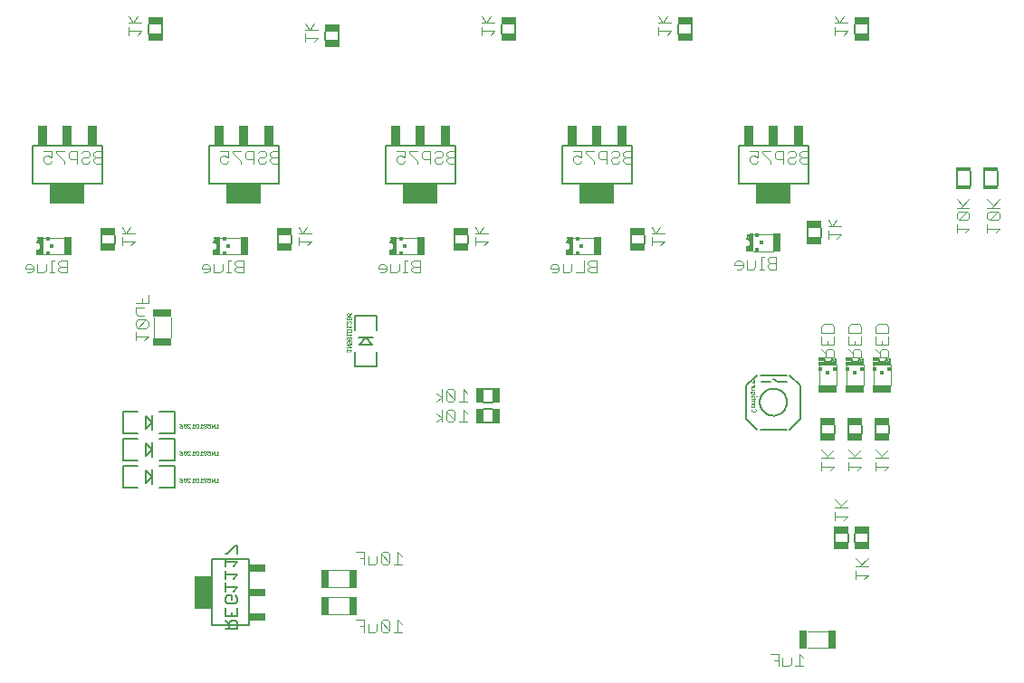
<source format=gbo>
G75*
%MOIN*%
%OFA0B0*%
%FSLAX24Y24*%
%IPPOS*%
%LPD*%
%AMOC8*
5,1,8,0,0,1.08239X$1,22.5*
%
%ADD10C,0.0060*%
%ADD11R,0.0256X0.0551*%
%ADD12C,0.0040*%
%ADD13R,0.0551X0.0256*%
%ADD14C,0.0004*%
%ADD15R,0.0049X0.0197*%
%ADD16R,0.0128X0.0089*%
%ADD17R,0.0089X0.0049*%
%ADD18R,0.0049X0.0167*%
%ADD19R,0.0138X0.0197*%
%ADD20R,0.0049X0.0236*%
%ADD21R,0.0118X0.0669*%
%ADD22R,0.0276X0.0669*%
%ADD23R,0.0167X0.0128*%
%ADD24R,0.0138X0.0138*%
%ADD25R,0.0295X0.0669*%
%ADD26C,0.0080*%
%ADD27C,0.0010*%
%ADD28R,0.1260X0.0730*%
%ADD29R,0.0340X0.0730*%
%ADD30R,0.0669X0.0295*%
%ADD31R,0.0600X0.1200*%
%ADD32R,0.0600X0.0300*%
%ADD33C,0.0050*%
%ADD34R,0.0560X0.0140*%
%ADD35R,0.0197X0.0049*%
%ADD36R,0.0089X0.0128*%
%ADD37R,0.0049X0.0089*%
%ADD38R,0.0167X0.0049*%
%ADD39R,0.0197X0.0138*%
%ADD40R,0.0236X0.0049*%
%ADD41R,0.0669X0.0118*%
%ADD42R,0.0669X0.0276*%
%ADD43R,0.0128X0.0167*%
D10*
X010769Y009450D02*
X010769Y011910D01*
X012131Y011910D01*
X012131Y009450D01*
X010769Y009450D01*
X020789Y016930D02*
X021111Y016930D01*
X021111Y017430D02*
X020789Y017430D01*
X020789Y017680D02*
X021111Y017680D01*
X021111Y018180D02*
X020789Y018180D01*
X020200Y023519D02*
X020200Y023841D01*
X019700Y023841D02*
X019700Y023519D01*
X013700Y023519D02*
X013700Y023841D01*
X013200Y023841D02*
X013200Y023519D01*
X007200Y023519D02*
X007200Y023841D01*
X006700Y023841D02*
X006700Y023519D01*
X014950Y031019D02*
X014950Y031341D01*
X015450Y031341D02*
X015450Y031019D01*
X021450Y031269D02*
X021450Y031591D01*
X021950Y031591D02*
X021950Y031269D01*
X027950Y031269D02*
X027950Y031591D01*
X028450Y031591D02*
X028450Y031269D01*
X034450Y031269D02*
X034450Y031591D01*
X034950Y031591D02*
X034950Y031269D01*
X038200Y026210D02*
X038200Y025650D01*
X038700Y025650D02*
X038700Y026210D01*
X039200Y026210D02*
X039200Y025650D01*
X039700Y025650D02*
X039700Y026210D01*
X033200Y024091D02*
X033200Y023769D01*
X032700Y023769D02*
X032700Y024091D01*
X026700Y023841D02*
X026700Y023519D01*
X026200Y023519D02*
X026200Y023841D01*
X033200Y016841D02*
X033200Y016519D01*
X033700Y016519D02*
X033700Y016841D01*
X034200Y016841D02*
X034200Y016519D01*
X034700Y016519D02*
X034700Y016841D01*
X035200Y016841D02*
X035200Y016519D01*
X035700Y016519D02*
X035700Y016841D01*
X034950Y012841D02*
X034950Y012519D01*
X034450Y012519D02*
X034450Y012841D01*
X034200Y012841D02*
X034200Y012519D01*
X033700Y012519D02*
X033700Y012841D01*
X008950Y031269D02*
X008950Y031591D01*
X008450Y031591D02*
X008450Y031269D01*
D11*
X020658Y017929D03*
X021238Y017929D03*
X021238Y017179D03*
X020658Y017179D03*
D12*
X020180Y017257D02*
X020027Y017410D01*
X020027Y016950D01*
X020180Y016950D02*
X019873Y016950D01*
X019720Y017027D02*
X019413Y017334D01*
X019413Y017027D01*
X019489Y016950D01*
X019643Y016950D01*
X019720Y017027D01*
X019720Y017334D01*
X019643Y017410D01*
X019489Y017410D01*
X019413Y017334D01*
X019259Y017410D02*
X019259Y016950D01*
X019259Y017103D02*
X019029Y017257D01*
X019259Y017103D02*
X019029Y016950D01*
X019029Y017700D02*
X019259Y017853D01*
X019029Y018007D01*
X019259Y018160D02*
X019259Y017700D01*
X019413Y017777D02*
X019489Y017700D01*
X019643Y017700D01*
X019720Y017777D01*
X019413Y018084D01*
X019413Y017777D01*
X019720Y017777D02*
X019720Y018084D01*
X019643Y018160D01*
X019489Y018160D01*
X019413Y018084D01*
X019873Y017700D02*
X020180Y017700D01*
X020027Y017700D02*
X020027Y018160D01*
X020180Y018007D01*
X018430Y022450D02*
X018200Y022450D01*
X018123Y022527D01*
X018123Y022603D01*
X018200Y022680D01*
X018430Y022680D01*
X018430Y022450D02*
X018430Y022910D01*
X018200Y022910D01*
X018123Y022834D01*
X018123Y022757D01*
X018200Y022680D01*
X017970Y022450D02*
X017816Y022450D01*
X017893Y022450D02*
X017893Y022910D01*
X017970Y022910D01*
X017663Y022757D02*
X017663Y022527D01*
X017586Y022450D01*
X017356Y022450D01*
X017356Y022757D01*
X017202Y022680D02*
X017126Y022757D01*
X016972Y022757D01*
X016895Y022680D01*
X016895Y022603D01*
X017202Y022603D01*
X017202Y022527D02*
X017202Y022680D01*
X017202Y022527D02*
X017126Y022450D01*
X016972Y022450D01*
X017576Y023115D02*
X018324Y023115D01*
X018324Y023745D02*
X017576Y023745D01*
X017350Y023647D02*
X017352Y023659D01*
X017357Y023670D01*
X017366Y023679D01*
X017377Y023684D01*
X017389Y023686D01*
X017401Y023684D01*
X017412Y023679D01*
X017421Y023670D01*
X017426Y023659D01*
X017428Y023647D01*
X017426Y023635D01*
X017421Y023624D01*
X017412Y023615D01*
X017401Y023610D01*
X017389Y023608D01*
X017377Y023610D01*
X017366Y023615D01*
X017357Y023624D01*
X017352Y023635D01*
X017350Y023647D01*
X014430Y023603D02*
X013970Y023603D01*
X013970Y023450D02*
X013970Y023757D01*
X013970Y023910D02*
X014430Y023910D01*
X014277Y024141D02*
X014123Y023910D01*
X013970Y024141D01*
X014430Y023603D02*
X014277Y023450D01*
X011930Y022910D02*
X011930Y022450D01*
X011700Y022450D01*
X011623Y022527D01*
X011623Y022603D01*
X011700Y022680D01*
X011930Y022680D01*
X011700Y022680D02*
X011623Y022757D01*
X011623Y022834D01*
X011700Y022910D01*
X011930Y022910D01*
X011824Y023115D02*
X011076Y023115D01*
X011163Y022757D02*
X011163Y022527D01*
X011086Y022450D01*
X010856Y022450D01*
X010856Y022757D01*
X010702Y022680D02*
X010626Y022757D01*
X010472Y022757D01*
X010395Y022680D01*
X010395Y022603D01*
X010702Y022603D01*
X010702Y022527D02*
X010702Y022680D01*
X010702Y022527D02*
X010626Y022450D01*
X010472Y022450D01*
X011316Y022450D02*
X011470Y022450D01*
X011393Y022450D02*
X011393Y022910D01*
X011470Y022910D01*
X010850Y023647D02*
X010852Y023659D01*
X010857Y023670D01*
X010866Y023679D01*
X010877Y023684D01*
X010889Y023686D01*
X010901Y023684D01*
X010912Y023679D01*
X010921Y023670D01*
X010926Y023659D01*
X010928Y023647D01*
X010926Y023635D01*
X010921Y023624D01*
X010912Y023615D01*
X010901Y023610D01*
X010889Y023608D01*
X010877Y023610D01*
X010866Y023615D01*
X010857Y023624D01*
X010852Y023635D01*
X010850Y023647D01*
X011076Y023745D02*
X011824Y023745D01*
X011851Y026470D02*
X011851Y026547D01*
X011544Y026854D01*
X011544Y026930D01*
X011851Y026930D01*
X012004Y026854D02*
X012004Y026700D01*
X012081Y026623D01*
X012311Y026623D01*
X012311Y026470D02*
X012311Y026930D01*
X012081Y026930D01*
X012004Y026854D01*
X012465Y026854D02*
X012541Y026930D01*
X012695Y026930D01*
X012772Y026854D01*
X012772Y026777D01*
X012695Y026700D01*
X012541Y026700D01*
X012465Y026623D01*
X012465Y026547D01*
X012541Y026470D01*
X012695Y026470D01*
X012772Y026547D01*
X012925Y026547D02*
X013002Y026470D01*
X013232Y026470D01*
X013232Y026930D01*
X013002Y026930D01*
X012925Y026854D01*
X012925Y026777D01*
X013002Y026700D01*
X013232Y026700D01*
X013002Y026700D02*
X012925Y026623D01*
X012925Y026547D01*
X011390Y026547D02*
X011314Y026470D01*
X011160Y026470D01*
X011083Y026547D01*
X011083Y026700D01*
X011160Y026777D01*
X011237Y026777D01*
X011390Y026700D01*
X011390Y026930D01*
X011083Y026930D01*
X007777Y024141D02*
X007623Y023910D01*
X007470Y024141D01*
X007470Y023910D02*
X007930Y023910D01*
X007930Y023603D02*
X007470Y023603D01*
X007470Y023450D02*
X007470Y023757D01*
X007777Y023450D02*
X007930Y023603D01*
X008430Y021638D02*
X008430Y021331D01*
X007970Y021331D01*
X007970Y021178D02*
X008277Y021178D01*
X008200Y021331D02*
X008200Y021485D01*
X007970Y021178D02*
X007970Y020948D01*
X008047Y020871D01*
X008277Y020871D01*
X008354Y020717D02*
X008047Y020410D01*
X007970Y020487D01*
X007970Y020641D01*
X008047Y020717D01*
X008354Y020717D01*
X008430Y020641D01*
X008430Y020487D01*
X008354Y020410D01*
X008047Y020410D01*
X007970Y020257D02*
X007970Y019950D01*
X007970Y020103D02*
X008430Y020103D01*
X008277Y019950D01*
X008640Y020050D02*
X008640Y020810D01*
X009260Y020810D02*
X009260Y020050D01*
X005430Y022450D02*
X005200Y022450D01*
X005123Y022527D01*
X005123Y022603D01*
X005200Y022680D01*
X005430Y022680D01*
X005430Y022450D02*
X005430Y022910D01*
X005200Y022910D01*
X005123Y022834D01*
X005123Y022757D01*
X005200Y022680D01*
X004970Y022450D02*
X004816Y022450D01*
X004893Y022450D02*
X004893Y022910D01*
X004970Y022910D01*
X004663Y022757D02*
X004663Y022527D01*
X004586Y022450D01*
X004356Y022450D01*
X004356Y022757D01*
X004202Y022680D02*
X004126Y022757D01*
X003972Y022757D01*
X003895Y022680D01*
X003895Y022603D01*
X004202Y022603D01*
X004202Y022527D02*
X004202Y022680D01*
X004202Y022527D02*
X004126Y022450D01*
X003972Y022450D01*
X004576Y023115D02*
X005324Y023115D01*
X005324Y023745D02*
X004576Y023745D01*
X004350Y023647D02*
X004352Y023659D01*
X004357Y023670D01*
X004366Y023679D01*
X004377Y023684D01*
X004389Y023686D01*
X004401Y023684D01*
X004412Y023679D01*
X004421Y023670D01*
X004426Y023659D01*
X004428Y023647D01*
X004426Y023635D01*
X004421Y023624D01*
X004412Y023615D01*
X004401Y023610D01*
X004389Y023608D01*
X004377Y023610D01*
X004366Y023615D01*
X004357Y023624D01*
X004352Y023635D01*
X004350Y023647D01*
X004660Y026470D02*
X004814Y026470D01*
X004890Y026547D01*
X004890Y026700D02*
X004737Y026777D01*
X004660Y026777D01*
X004583Y026700D01*
X004583Y026547D01*
X004660Y026470D01*
X004890Y026700D02*
X004890Y026930D01*
X004583Y026930D01*
X005044Y026930D02*
X005044Y026854D01*
X005351Y026547D01*
X005351Y026470D01*
X005581Y026623D02*
X005811Y026623D01*
X005811Y026470D02*
X005811Y026930D01*
X005581Y026930D01*
X005504Y026854D01*
X005504Y026700D01*
X005581Y026623D01*
X005965Y026623D02*
X005965Y026547D01*
X006041Y026470D01*
X006195Y026470D01*
X006272Y026547D01*
X006425Y026547D02*
X006502Y026470D01*
X006732Y026470D01*
X006732Y026930D01*
X006502Y026930D01*
X006425Y026854D01*
X006425Y026777D01*
X006502Y026700D01*
X006732Y026700D01*
X006502Y026700D02*
X006425Y026623D01*
X006425Y026547D01*
X006272Y026777D02*
X006195Y026700D01*
X006041Y026700D01*
X005965Y026623D01*
X005965Y026854D02*
X006041Y026930D01*
X006195Y026930D01*
X006272Y026854D01*
X006272Y026777D01*
X005351Y026930D02*
X005044Y026930D01*
X007720Y031200D02*
X007720Y031507D01*
X007720Y031660D02*
X008180Y031660D01*
X008027Y031891D02*
X007873Y031660D01*
X007720Y031891D01*
X007720Y031353D02*
X008180Y031353D01*
X008027Y031200D01*
X014220Y031257D02*
X014220Y030950D01*
X014220Y031103D02*
X014680Y031103D01*
X014527Y030950D01*
X014680Y031410D02*
X014220Y031410D01*
X014373Y031410D02*
X014220Y031641D01*
X014373Y031410D02*
X014527Y031641D01*
X017583Y026930D02*
X017890Y026930D01*
X017890Y026700D01*
X017737Y026777D01*
X017660Y026777D01*
X017583Y026700D01*
X017583Y026547D01*
X017660Y026470D01*
X017814Y026470D01*
X017890Y026547D01*
X018044Y026854D02*
X018351Y026547D01*
X018351Y026470D01*
X018581Y026623D02*
X018811Y026623D01*
X018811Y026470D02*
X018811Y026930D01*
X018581Y026930D01*
X018504Y026854D01*
X018504Y026700D01*
X018581Y026623D01*
X018965Y026623D02*
X018965Y026547D01*
X019041Y026470D01*
X019195Y026470D01*
X019272Y026547D01*
X019425Y026547D02*
X019502Y026470D01*
X019732Y026470D01*
X019732Y026930D01*
X019502Y026930D01*
X019425Y026854D01*
X019425Y026777D01*
X019502Y026700D01*
X019732Y026700D01*
X019502Y026700D02*
X019425Y026623D01*
X019425Y026547D01*
X019272Y026777D02*
X019195Y026700D01*
X019041Y026700D01*
X018965Y026623D01*
X018965Y026854D02*
X019041Y026930D01*
X019195Y026930D01*
X019272Y026854D01*
X019272Y026777D01*
X018351Y026930D02*
X018044Y026930D01*
X018044Y026854D01*
X020470Y024141D02*
X020623Y023910D01*
X020777Y024141D01*
X020930Y023910D02*
X020470Y023910D01*
X020470Y023757D02*
X020470Y023450D01*
X020470Y023603D02*
X020930Y023603D01*
X020777Y023450D01*
X023242Y022680D02*
X023242Y022603D01*
X023549Y022603D01*
X023549Y022527D02*
X023549Y022680D01*
X023472Y022757D01*
X023319Y022757D01*
X023242Y022680D01*
X023319Y022450D02*
X023472Y022450D01*
X023549Y022527D01*
X023702Y022450D02*
X023702Y022757D01*
X023702Y022450D02*
X023932Y022450D01*
X024009Y022527D01*
X024009Y022757D01*
X024163Y022450D02*
X024470Y022450D01*
X024470Y022910D01*
X024623Y022834D02*
X024623Y022757D01*
X024700Y022680D01*
X024930Y022680D01*
X024930Y022450D02*
X024700Y022450D01*
X024623Y022527D01*
X024623Y022603D01*
X024700Y022680D01*
X024623Y022834D02*
X024700Y022910D01*
X024930Y022910D01*
X024930Y022450D01*
X024824Y023115D02*
X024076Y023115D01*
X023850Y023647D02*
X023852Y023659D01*
X023857Y023670D01*
X023866Y023679D01*
X023877Y023684D01*
X023889Y023686D01*
X023901Y023684D01*
X023912Y023679D01*
X023921Y023670D01*
X023926Y023659D01*
X023928Y023647D01*
X023926Y023635D01*
X023921Y023624D01*
X023912Y023615D01*
X023901Y023610D01*
X023889Y023608D01*
X023877Y023610D01*
X023866Y023615D01*
X023857Y023624D01*
X023852Y023635D01*
X023850Y023647D01*
X024076Y023745D02*
X024824Y023745D01*
X026970Y023757D02*
X026970Y023450D01*
X026970Y023603D02*
X027430Y023603D01*
X027277Y023450D01*
X027430Y023910D02*
X026970Y023910D01*
X027123Y023910D02*
X027277Y024141D01*
X027123Y023910D02*
X026970Y024141D01*
X026232Y026470D02*
X026002Y026470D01*
X025925Y026547D01*
X025925Y026623D01*
X026002Y026700D01*
X026232Y026700D01*
X026232Y026470D02*
X026232Y026930D01*
X026002Y026930D01*
X025925Y026854D01*
X025925Y026777D01*
X026002Y026700D01*
X025772Y026777D02*
X025695Y026700D01*
X025541Y026700D01*
X025465Y026623D01*
X025465Y026547D01*
X025541Y026470D01*
X025695Y026470D01*
X025772Y026547D01*
X025772Y026777D02*
X025772Y026854D01*
X025695Y026930D01*
X025541Y026930D01*
X025465Y026854D01*
X025311Y026930D02*
X025081Y026930D01*
X025004Y026854D01*
X025004Y026700D01*
X025081Y026623D01*
X025311Y026623D01*
X025311Y026470D02*
X025311Y026930D01*
X024851Y026930D02*
X024544Y026930D01*
X024544Y026854D01*
X024851Y026547D01*
X024851Y026470D01*
X024390Y026547D02*
X024314Y026470D01*
X024160Y026470D01*
X024083Y026547D01*
X024083Y026700D01*
X024160Y026777D01*
X024237Y026777D01*
X024390Y026700D01*
X024390Y026930D01*
X024083Y026930D01*
X021027Y031200D02*
X021180Y031353D01*
X020720Y031353D01*
X020720Y031200D02*
X020720Y031507D01*
X020720Y031660D02*
X021180Y031660D01*
X021027Y031891D02*
X020873Y031660D01*
X020720Y031891D01*
X027220Y031891D02*
X027373Y031660D01*
X027527Y031891D01*
X027680Y031660D02*
X027220Y031660D01*
X027220Y031507D02*
X027220Y031200D01*
X027220Y031353D02*
X027680Y031353D01*
X027527Y031200D01*
X030583Y026930D02*
X030890Y026930D01*
X030890Y026700D01*
X030737Y026777D01*
X030660Y026777D01*
X030583Y026700D01*
X030583Y026547D01*
X030660Y026470D01*
X030814Y026470D01*
X030890Y026547D01*
X031044Y026854D02*
X031351Y026547D01*
X031351Y026470D01*
X031581Y026623D02*
X031811Y026623D01*
X031811Y026470D02*
X031811Y026930D01*
X031581Y026930D01*
X031504Y026854D01*
X031504Y026700D01*
X031581Y026623D01*
X031965Y026623D02*
X031965Y026547D01*
X032041Y026470D01*
X032195Y026470D01*
X032272Y026547D01*
X032425Y026547D02*
X032502Y026470D01*
X032732Y026470D01*
X032732Y026930D01*
X032502Y026930D01*
X032425Y026854D01*
X032425Y026777D01*
X032502Y026700D01*
X032732Y026700D01*
X032502Y026700D02*
X032425Y026623D01*
X032425Y026547D01*
X032272Y026777D02*
X032195Y026700D01*
X032041Y026700D01*
X031965Y026623D01*
X031965Y026854D02*
X032041Y026930D01*
X032195Y026930D01*
X032272Y026854D01*
X032272Y026777D01*
X031351Y026930D02*
X031044Y026930D01*
X031044Y026854D01*
X033470Y024391D02*
X033623Y024160D01*
X033777Y024391D01*
X033930Y024160D02*
X033470Y024160D01*
X033470Y024007D02*
X033470Y023700D01*
X033470Y023853D02*
X033930Y023853D01*
X033777Y023700D01*
X031555Y023035D02*
X031555Y022575D01*
X031325Y022575D01*
X031248Y022652D01*
X031248Y022728D01*
X031325Y022805D01*
X031555Y022805D01*
X031325Y022805D02*
X031248Y022882D01*
X031248Y022959D01*
X031325Y023035D01*
X031555Y023035D01*
X031449Y023240D02*
X030701Y023240D01*
X030788Y022882D02*
X030788Y022652D01*
X030711Y022575D01*
X030481Y022575D01*
X030481Y022882D01*
X030327Y022805D02*
X030327Y022652D01*
X030251Y022575D01*
X030097Y022575D01*
X030020Y022728D02*
X030327Y022728D01*
X030327Y022805D02*
X030251Y022882D01*
X030097Y022882D01*
X030020Y022805D01*
X030020Y022728D01*
X030941Y022575D02*
X031095Y022575D01*
X031018Y022575D02*
X031018Y023035D01*
X031095Y023035D01*
X031449Y023870D02*
X030701Y023870D01*
X030475Y023772D02*
X030477Y023784D01*
X030482Y023795D01*
X030491Y023804D01*
X030502Y023809D01*
X030514Y023811D01*
X030526Y023809D01*
X030537Y023804D01*
X030546Y023795D01*
X030551Y023784D01*
X030553Y023772D01*
X030551Y023760D01*
X030546Y023749D01*
X030537Y023740D01*
X030526Y023735D01*
X030514Y023733D01*
X030502Y023735D01*
X030491Y023740D01*
X030482Y023749D01*
X030477Y023760D01*
X030475Y023772D01*
X033297Y020553D02*
X033604Y020553D01*
X033680Y020476D01*
X033680Y020246D01*
X033220Y020246D01*
X033220Y020476D01*
X033297Y020553D01*
X033220Y020092D02*
X033220Y019785D01*
X033680Y019785D01*
X033680Y020092D01*
X033450Y019939D02*
X033450Y019785D01*
X033450Y019632D02*
X033373Y019555D01*
X033373Y019325D01*
X033220Y019325D02*
X033680Y019325D01*
X033680Y019555D01*
X033604Y019632D01*
X033450Y019632D01*
X033373Y019478D02*
X033220Y019632D01*
X033135Y019054D02*
X033135Y018306D01*
X033765Y018306D02*
X033765Y019054D01*
X033628Y019241D02*
X033630Y019253D01*
X033635Y019264D01*
X033644Y019273D01*
X033655Y019278D01*
X033667Y019280D01*
X033679Y019278D01*
X033690Y019273D01*
X033699Y019264D01*
X033704Y019253D01*
X033706Y019241D01*
X033704Y019229D01*
X033699Y019218D01*
X033690Y019209D01*
X033679Y019204D01*
X033667Y019202D01*
X033655Y019204D01*
X033644Y019209D01*
X033635Y019218D01*
X033630Y019229D01*
X033628Y019241D01*
X034135Y019054D02*
X034135Y018306D01*
X034765Y018306D02*
X034765Y019054D01*
X034628Y019241D02*
X034630Y019253D01*
X034635Y019264D01*
X034644Y019273D01*
X034655Y019278D01*
X034667Y019280D01*
X034679Y019278D01*
X034690Y019273D01*
X034699Y019264D01*
X034704Y019253D01*
X034706Y019241D01*
X034704Y019229D01*
X034699Y019218D01*
X034690Y019209D01*
X034679Y019204D01*
X034667Y019202D01*
X034655Y019204D01*
X034644Y019209D01*
X034635Y019218D01*
X034630Y019229D01*
X034628Y019241D01*
X034680Y019325D02*
X034220Y019325D01*
X034373Y019325D02*
X034373Y019555D01*
X034450Y019632D01*
X034604Y019632D01*
X034680Y019555D01*
X034680Y019325D01*
X034373Y019478D02*
X034220Y019632D01*
X034220Y019785D02*
X034220Y020092D01*
X034220Y020246D02*
X034220Y020476D01*
X034297Y020553D01*
X034604Y020553D01*
X034680Y020476D01*
X034680Y020246D01*
X034220Y020246D01*
X034450Y019939D02*
X034450Y019785D01*
X034680Y019785D02*
X034220Y019785D01*
X034680Y019785D02*
X034680Y020092D01*
X035220Y020092D02*
X035220Y019785D01*
X035680Y019785D01*
X035680Y020092D01*
X035680Y020246D02*
X035680Y020476D01*
X035604Y020553D01*
X035297Y020553D01*
X035220Y020476D01*
X035220Y020246D01*
X035680Y020246D01*
X035450Y019939D02*
X035450Y019785D01*
X035450Y019632D02*
X035373Y019555D01*
X035373Y019325D01*
X035220Y019325D02*
X035680Y019325D01*
X035680Y019555D01*
X035604Y019632D01*
X035450Y019632D01*
X035373Y019478D02*
X035220Y019632D01*
X035135Y019054D02*
X035135Y018306D01*
X035765Y018306D02*
X035765Y019054D01*
X035628Y019241D02*
X035630Y019253D01*
X035635Y019264D01*
X035644Y019273D01*
X035655Y019278D01*
X035667Y019280D01*
X035679Y019278D01*
X035690Y019273D01*
X035699Y019264D01*
X035704Y019253D01*
X035706Y019241D01*
X035704Y019229D01*
X035699Y019218D01*
X035690Y019209D01*
X035679Y019204D01*
X035667Y019202D01*
X035655Y019204D01*
X035644Y019209D01*
X035635Y019218D01*
X035630Y019229D01*
X035628Y019241D01*
X035680Y015922D02*
X035373Y015615D01*
X035450Y015691D02*
X035220Y015922D01*
X035220Y015615D02*
X035680Y015615D01*
X035680Y015308D02*
X035220Y015308D01*
X035220Y015461D02*
X035220Y015154D01*
X035527Y015154D02*
X035680Y015308D01*
X034680Y015308D02*
X034527Y015154D01*
X034680Y015308D02*
X034220Y015308D01*
X034220Y015461D02*
X034220Y015154D01*
X033680Y015308D02*
X033220Y015308D01*
X033220Y015461D02*
X033220Y015154D01*
X033527Y015154D02*
X033680Y015308D01*
X033680Y015615D02*
X033220Y015615D01*
X033373Y015615D02*
X033680Y015922D01*
X033450Y015691D02*
X033220Y015922D01*
X034220Y015922D02*
X034450Y015691D01*
X034373Y015615D02*
X034680Y015922D01*
X034680Y015615D02*
X034220Y015615D01*
X034180Y014092D02*
X033873Y013785D01*
X033950Y013862D02*
X033720Y014092D01*
X033720Y013785D02*
X034180Y013785D01*
X034180Y013478D02*
X033720Y013478D01*
X033720Y013325D02*
X033720Y013632D01*
X034027Y013325D02*
X034180Y013478D01*
X034470Y011922D02*
X034700Y011691D01*
X034623Y011615D02*
X034930Y011922D01*
X034930Y011615D02*
X034470Y011615D01*
X034470Y011461D02*
X034470Y011154D01*
X034470Y011308D02*
X034930Y011308D01*
X034777Y011154D01*
X033455Y009240D02*
X032695Y009240D01*
X032695Y008620D02*
X033455Y008620D01*
X032555Y008257D02*
X032402Y008410D01*
X032402Y007950D01*
X032555Y007950D02*
X032248Y007950D01*
X032095Y008027D02*
X032095Y008257D01*
X032095Y008027D02*
X032018Y007950D01*
X031788Y007950D01*
X031788Y008257D01*
X031634Y008180D02*
X031481Y008180D01*
X031634Y007950D02*
X031634Y008410D01*
X031327Y008410D01*
X017772Y009200D02*
X017465Y009200D01*
X017618Y009200D02*
X017618Y009660D01*
X017772Y009507D01*
X017311Y009584D02*
X017311Y009277D01*
X017004Y009584D01*
X017004Y009277D01*
X017081Y009200D01*
X017234Y009200D01*
X017311Y009277D01*
X017311Y009584D02*
X017234Y009660D01*
X017081Y009660D01*
X017004Y009584D01*
X016851Y009507D02*
X016851Y009277D01*
X016774Y009200D01*
X016544Y009200D01*
X016544Y009507D01*
X016390Y009430D02*
X016237Y009430D01*
X016390Y009200D02*
X016390Y009660D01*
X016083Y009660D01*
X015830Y009870D02*
X015070Y009870D01*
X015070Y010490D02*
X015830Y010490D01*
X015830Y010870D02*
X015070Y010870D01*
X015070Y011490D02*
X015830Y011490D01*
X016390Y011700D02*
X016390Y012160D01*
X016083Y012160D01*
X016237Y011930D02*
X016390Y011930D01*
X016544Y012007D02*
X016544Y011700D01*
X016774Y011700D01*
X016851Y011777D01*
X016851Y012007D01*
X017004Y012084D02*
X017311Y011777D01*
X017234Y011700D01*
X017081Y011700D01*
X017004Y011777D01*
X017004Y012084D01*
X017081Y012160D01*
X017234Y012160D01*
X017311Y012084D01*
X017311Y011777D01*
X017465Y011700D02*
X017772Y011700D01*
X017618Y011700D02*
X017618Y012160D01*
X017772Y012007D01*
X038195Y023925D02*
X038195Y024232D01*
X038195Y024078D02*
X038655Y024078D01*
X038502Y023925D01*
X038579Y024385D02*
X038655Y024462D01*
X038655Y024616D01*
X038579Y024692D01*
X038272Y024385D01*
X038195Y024462D01*
X038195Y024616D01*
X038272Y024692D01*
X038579Y024692D01*
X038655Y024846D02*
X038195Y024846D01*
X038348Y024846D02*
X038655Y025153D01*
X038425Y024923D02*
X038195Y025153D01*
X038272Y024385D02*
X038579Y024385D01*
X039320Y024462D02*
X039397Y024385D01*
X039704Y024692D01*
X039397Y024692D01*
X039320Y024616D01*
X039320Y024462D01*
X039397Y024385D02*
X039704Y024385D01*
X039780Y024462D01*
X039780Y024616D01*
X039704Y024692D01*
X039780Y024846D02*
X039320Y024846D01*
X039473Y024846D02*
X039780Y025153D01*
X039550Y024923D02*
X039320Y025153D01*
X039320Y024232D02*
X039320Y023925D01*
X039320Y024078D02*
X039780Y024078D01*
X039627Y023925D01*
X034027Y031200D02*
X034180Y031353D01*
X033720Y031353D01*
X033720Y031200D02*
X033720Y031507D01*
X033720Y031660D02*
X034180Y031660D01*
X034027Y031891D02*
X033873Y031660D01*
X033720Y031891D01*
D13*
X034701Y031718D03*
X034701Y031138D03*
X028201Y031138D03*
X028201Y031718D03*
X021701Y031718D03*
X021701Y031138D03*
X015201Y030888D03*
X015201Y031468D03*
X008701Y031718D03*
X008701Y031138D03*
X006951Y023968D03*
X006951Y023388D03*
X013451Y023388D03*
X013451Y023968D03*
X019951Y023968D03*
X019951Y023388D03*
X026451Y023388D03*
X026451Y023968D03*
X032951Y024218D03*
X032951Y023638D03*
X033449Y016972D03*
X033449Y016392D03*
X034449Y016392D03*
X034449Y016972D03*
X035449Y016972D03*
X035449Y016392D03*
X034699Y012972D03*
X033951Y012968D03*
X033951Y012388D03*
X034699Y012392D03*
D14*
X034276Y019319D02*
X034312Y019319D01*
X034311Y019318D02*
X034313Y019295D01*
X034319Y019273D01*
X034328Y019253D01*
X034341Y019234D01*
X034357Y019217D01*
X034375Y019203D01*
X034395Y019192D01*
X034416Y019185D01*
X034439Y019181D01*
X034461Y019181D01*
X034484Y019185D01*
X034505Y019192D01*
X034525Y019203D01*
X034543Y019217D01*
X034559Y019234D01*
X034572Y019253D01*
X034581Y019273D01*
X034587Y019295D01*
X034589Y019318D01*
X034624Y019319D01*
X034625Y019318D01*
X034623Y019292D01*
X034617Y019267D01*
X034607Y019243D01*
X034594Y019220D01*
X034578Y019200D01*
X034558Y019183D01*
X034537Y019168D01*
X034513Y019157D01*
X034489Y019149D01*
X034463Y019145D01*
X034437Y019145D01*
X034411Y019149D01*
X034387Y019157D01*
X034363Y019168D01*
X034342Y019183D01*
X034322Y019200D01*
X034306Y019220D01*
X034293Y019243D01*
X034283Y019267D01*
X034277Y019292D01*
X034275Y019318D01*
X034278Y019318D01*
X034280Y019293D01*
X034286Y019268D01*
X034296Y019244D01*
X034309Y019222D01*
X034325Y019202D01*
X034343Y019185D01*
X034365Y019171D01*
X034388Y019160D01*
X034412Y019152D01*
X034437Y019148D01*
X034463Y019148D01*
X034488Y019152D01*
X034512Y019160D01*
X034535Y019171D01*
X034557Y019185D01*
X034575Y019202D01*
X034591Y019222D01*
X034604Y019244D01*
X034614Y019268D01*
X034620Y019293D01*
X034622Y019318D01*
X034619Y019318D01*
X034617Y019293D01*
X034611Y019269D01*
X034602Y019245D01*
X034589Y019224D01*
X034573Y019204D01*
X034555Y019187D01*
X034534Y019173D01*
X034511Y019163D01*
X034487Y019155D01*
X034463Y019151D01*
X034437Y019151D01*
X034413Y019155D01*
X034389Y019163D01*
X034366Y019173D01*
X034345Y019187D01*
X034327Y019204D01*
X034311Y019224D01*
X034298Y019245D01*
X034289Y019269D01*
X034283Y019293D01*
X034281Y019318D01*
X034284Y019318D01*
X034286Y019293D01*
X034292Y019270D01*
X034301Y019247D01*
X034314Y019225D01*
X034329Y019206D01*
X034347Y019190D01*
X034368Y019176D01*
X034390Y019165D01*
X034413Y019158D01*
X034438Y019154D01*
X034462Y019154D01*
X034487Y019158D01*
X034510Y019165D01*
X034532Y019176D01*
X034553Y019190D01*
X034571Y019206D01*
X034586Y019225D01*
X034599Y019247D01*
X034608Y019270D01*
X034614Y019293D01*
X034616Y019318D01*
X034613Y019318D01*
X034611Y019294D01*
X034605Y019270D01*
X034596Y019248D01*
X034584Y019227D01*
X034569Y019208D01*
X034551Y019192D01*
X034531Y019179D01*
X034509Y019168D01*
X034486Y019161D01*
X034462Y019157D01*
X034438Y019157D01*
X034414Y019161D01*
X034391Y019168D01*
X034369Y019179D01*
X034349Y019192D01*
X034331Y019208D01*
X034316Y019227D01*
X034304Y019248D01*
X034295Y019270D01*
X034289Y019294D01*
X034287Y019318D01*
X034290Y019318D01*
X034292Y019293D01*
X034298Y019269D01*
X034308Y019246D01*
X034321Y019225D01*
X034338Y019206D01*
X034357Y019190D01*
X034378Y019177D01*
X034401Y019168D01*
X034425Y019162D01*
X034450Y019160D01*
X034475Y019162D01*
X034499Y019168D01*
X034522Y019177D01*
X034543Y019190D01*
X034562Y019206D01*
X034579Y019225D01*
X034592Y019246D01*
X034602Y019269D01*
X034608Y019293D01*
X034610Y019318D01*
X034607Y019318D01*
X034605Y019294D01*
X034599Y019270D01*
X034589Y019247D01*
X034576Y019227D01*
X034560Y019208D01*
X034542Y019193D01*
X034521Y019180D01*
X034498Y019171D01*
X034474Y019165D01*
X034450Y019163D01*
X034426Y019165D01*
X034402Y019171D01*
X034379Y019180D01*
X034358Y019193D01*
X034340Y019208D01*
X034324Y019227D01*
X034311Y019247D01*
X034301Y019270D01*
X034295Y019294D01*
X034293Y019318D01*
X034296Y019318D01*
X034298Y019294D01*
X034304Y019271D01*
X034313Y019249D01*
X034326Y019229D01*
X034342Y019210D01*
X034360Y019195D01*
X034381Y019183D01*
X034403Y019173D01*
X034426Y019168D01*
X034450Y019166D01*
X034474Y019168D01*
X034497Y019173D01*
X034519Y019183D01*
X034540Y019195D01*
X034558Y019210D01*
X034574Y019229D01*
X034587Y019249D01*
X034596Y019271D01*
X034602Y019294D01*
X034604Y019318D01*
X034601Y019318D01*
X034599Y019295D01*
X034593Y019272D01*
X034584Y019250D01*
X034571Y019230D01*
X034556Y019213D01*
X034538Y019197D01*
X034518Y019185D01*
X034496Y019176D01*
X034473Y019171D01*
X034450Y019169D01*
X034427Y019171D01*
X034404Y019176D01*
X034382Y019185D01*
X034362Y019197D01*
X034344Y019213D01*
X034329Y019230D01*
X034316Y019250D01*
X034307Y019272D01*
X034301Y019295D01*
X034299Y019318D01*
X034302Y019318D01*
X034304Y019295D01*
X034310Y019273D01*
X034319Y019252D01*
X034331Y019232D01*
X034346Y019215D01*
X034364Y019200D01*
X034383Y019188D01*
X034405Y019179D01*
X034427Y019174D01*
X034450Y019172D01*
X034473Y019174D01*
X034495Y019179D01*
X034517Y019188D01*
X034536Y019200D01*
X034554Y019215D01*
X034569Y019232D01*
X034581Y019252D01*
X034590Y019273D01*
X034596Y019295D01*
X034598Y019318D01*
X034595Y019318D01*
X034593Y019294D01*
X034587Y019271D01*
X034577Y019250D01*
X034564Y019230D01*
X034548Y019213D01*
X034529Y019198D01*
X034508Y019187D01*
X034485Y019179D01*
X034462Y019175D01*
X034438Y019175D01*
X034415Y019179D01*
X034392Y019187D01*
X034371Y019198D01*
X034352Y019213D01*
X034336Y019230D01*
X034323Y019250D01*
X034313Y019271D01*
X034307Y019294D01*
X034305Y019318D01*
X034308Y019318D01*
X034310Y019295D01*
X034316Y019272D01*
X034326Y019251D01*
X034339Y019232D01*
X034355Y019215D01*
X034373Y019201D01*
X034393Y019190D01*
X034415Y019182D01*
X034438Y019178D01*
X034462Y019178D01*
X034485Y019182D01*
X034507Y019190D01*
X034527Y019201D01*
X034545Y019215D01*
X034561Y019232D01*
X034574Y019251D01*
X034584Y019272D01*
X034590Y019295D01*
X034592Y019318D01*
X035276Y019319D02*
X035312Y019319D01*
X035311Y019318D02*
X035313Y019295D01*
X035319Y019273D01*
X035328Y019253D01*
X035341Y019234D01*
X035357Y019217D01*
X035375Y019203D01*
X035395Y019192D01*
X035416Y019185D01*
X035439Y019181D01*
X035461Y019181D01*
X035484Y019185D01*
X035505Y019192D01*
X035525Y019203D01*
X035543Y019217D01*
X035559Y019234D01*
X035572Y019253D01*
X035581Y019273D01*
X035587Y019295D01*
X035589Y019318D01*
X035624Y019319D01*
X035625Y019318D01*
X035623Y019292D01*
X035617Y019267D01*
X035607Y019243D01*
X035594Y019220D01*
X035578Y019200D01*
X035558Y019183D01*
X035537Y019168D01*
X035513Y019157D01*
X035489Y019149D01*
X035463Y019145D01*
X035437Y019145D01*
X035411Y019149D01*
X035387Y019157D01*
X035363Y019168D01*
X035342Y019183D01*
X035322Y019200D01*
X035306Y019220D01*
X035293Y019243D01*
X035283Y019267D01*
X035277Y019292D01*
X035275Y019318D01*
X035278Y019318D01*
X035280Y019293D01*
X035286Y019268D01*
X035296Y019244D01*
X035309Y019222D01*
X035325Y019202D01*
X035343Y019185D01*
X035365Y019171D01*
X035388Y019160D01*
X035412Y019152D01*
X035437Y019148D01*
X035463Y019148D01*
X035488Y019152D01*
X035512Y019160D01*
X035535Y019171D01*
X035557Y019185D01*
X035575Y019202D01*
X035591Y019222D01*
X035604Y019244D01*
X035614Y019268D01*
X035620Y019293D01*
X035622Y019318D01*
X035619Y019318D01*
X035617Y019293D01*
X035611Y019269D01*
X035602Y019245D01*
X035589Y019224D01*
X035573Y019204D01*
X035555Y019187D01*
X035534Y019173D01*
X035511Y019163D01*
X035487Y019155D01*
X035463Y019151D01*
X035437Y019151D01*
X035413Y019155D01*
X035389Y019163D01*
X035366Y019173D01*
X035345Y019187D01*
X035327Y019204D01*
X035311Y019224D01*
X035298Y019245D01*
X035289Y019269D01*
X035283Y019293D01*
X035281Y019318D01*
X035284Y019318D01*
X035286Y019293D01*
X035292Y019270D01*
X035301Y019247D01*
X035314Y019225D01*
X035329Y019206D01*
X035347Y019190D01*
X035368Y019176D01*
X035390Y019165D01*
X035413Y019158D01*
X035438Y019154D01*
X035462Y019154D01*
X035487Y019158D01*
X035510Y019165D01*
X035532Y019176D01*
X035553Y019190D01*
X035571Y019206D01*
X035586Y019225D01*
X035599Y019247D01*
X035608Y019270D01*
X035614Y019293D01*
X035616Y019318D01*
X035613Y019318D01*
X035611Y019294D01*
X035605Y019270D01*
X035596Y019248D01*
X035584Y019227D01*
X035569Y019208D01*
X035551Y019192D01*
X035531Y019179D01*
X035509Y019168D01*
X035486Y019161D01*
X035462Y019157D01*
X035438Y019157D01*
X035414Y019161D01*
X035391Y019168D01*
X035369Y019179D01*
X035349Y019192D01*
X035331Y019208D01*
X035316Y019227D01*
X035304Y019248D01*
X035295Y019270D01*
X035289Y019294D01*
X035287Y019318D01*
X035290Y019318D01*
X035292Y019293D01*
X035298Y019269D01*
X035308Y019246D01*
X035321Y019225D01*
X035338Y019206D01*
X035357Y019190D01*
X035378Y019177D01*
X035401Y019168D01*
X035425Y019162D01*
X035450Y019160D01*
X035475Y019162D01*
X035499Y019168D01*
X035522Y019177D01*
X035543Y019190D01*
X035562Y019206D01*
X035579Y019225D01*
X035592Y019246D01*
X035602Y019269D01*
X035608Y019293D01*
X035610Y019318D01*
X035607Y019318D01*
X035605Y019294D01*
X035599Y019270D01*
X035589Y019247D01*
X035576Y019227D01*
X035560Y019208D01*
X035542Y019193D01*
X035521Y019180D01*
X035498Y019171D01*
X035474Y019165D01*
X035450Y019163D01*
X035426Y019165D01*
X035402Y019171D01*
X035379Y019180D01*
X035358Y019193D01*
X035340Y019208D01*
X035324Y019227D01*
X035311Y019247D01*
X035301Y019270D01*
X035295Y019294D01*
X035293Y019318D01*
X035296Y019318D01*
X035298Y019294D01*
X035304Y019271D01*
X035313Y019249D01*
X035326Y019229D01*
X035342Y019210D01*
X035360Y019195D01*
X035381Y019183D01*
X035403Y019173D01*
X035426Y019168D01*
X035450Y019166D01*
X035474Y019168D01*
X035497Y019173D01*
X035519Y019183D01*
X035540Y019195D01*
X035558Y019210D01*
X035574Y019229D01*
X035587Y019249D01*
X035596Y019271D01*
X035602Y019294D01*
X035604Y019318D01*
X035601Y019318D01*
X035599Y019295D01*
X035593Y019272D01*
X035584Y019250D01*
X035571Y019230D01*
X035556Y019213D01*
X035538Y019197D01*
X035518Y019185D01*
X035496Y019176D01*
X035473Y019171D01*
X035450Y019169D01*
X035427Y019171D01*
X035404Y019176D01*
X035382Y019185D01*
X035362Y019197D01*
X035344Y019213D01*
X035329Y019230D01*
X035316Y019250D01*
X035307Y019272D01*
X035301Y019295D01*
X035299Y019318D01*
X035302Y019318D01*
X035304Y019295D01*
X035310Y019273D01*
X035319Y019252D01*
X035331Y019232D01*
X035346Y019215D01*
X035364Y019200D01*
X035383Y019188D01*
X035405Y019179D01*
X035427Y019174D01*
X035450Y019172D01*
X035473Y019174D01*
X035495Y019179D01*
X035517Y019188D01*
X035536Y019200D01*
X035554Y019215D01*
X035569Y019232D01*
X035581Y019252D01*
X035590Y019273D01*
X035596Y019295D01*
X035598Y019318D01*
X035595Y019318D01*
X035593Y019294D01*
X035587Y019271D01*
X035577Y019250D01*
X035564Y019230D01*
X035548Y019213D01*
X035529Y019198D01*
X035508Y019187D01*
X035485Y019179D01*
X035462Y019175D01*
X035438Y019175D01*
X035415Y019179D01*
X035392Y019187D01*
X035371Y019198D01*
X035352Y019213D01*
X035336Y019230D01*
X035323Y019250D01*
X035313Y019271D01*
X035307Y019294D01*
X035305Y019318D01*
X035308Y019318D01*
X035310Y019295D01*
X035316Y019272D01*
X035326Y019251D01*
X035339Y019232D01*
X035355Y019215D01*
X035373Y019201D01*
X035393Y019190D01*
X035415Y019182D01*
X035438Y019178D01*
X035462Y019178D01*
X035485Y019182D01*
X035507Y019190D01*
X035527Y019201D01*
X035545Y019215D01*
X035561Y019232D01*
X035574Y019251D01*
X035584Y019272D01*
X035590Y019295D01*
X035592Y019318D01*
X033276Y019319D02*
X033312Y019319D01*
X033311Y019318D02*
X033313Y019295D01*
X033319Y019273D01*
X033328Y019253D01*
X033341Y019234D01*
X033357Y019217D01*
X033375Y019203D01*
X033395Y019192D01*
X033416Y019185D01*
X033439Y019181D01*
X033461Y019181D01*
X033484Y019185D01*
X033505Y019192D01*
X033525Y019203D01*
X033543Y019217D01*
X033559Y019234D01*
X033572Y019253D01*
X033581Y019273D01*
X033587Y019295D01*
X033589Y019318D01*
X033624Y019319D01*
X033625Y019318D01*
X033623Y019292D01*
X033617Y019267D01*
X033607Y019243D01*
X033594Y019220D01*
X033578Y019200D01*
X033558Y019183D01*
X033537Y019168D01*
X033513Y019157D01*
X033489Y019149D01*
X033463Y019145D01*
X033437Y019145D01*
X033411Y019149D01*
X033387Y019157D01*
X033363Y019168D01*
X033342Y019183D01*
X033322Y019200D01*
X033306Y019220D01*
X033293Y019243D01*
X033283Y019267D01*
X033277Y019292D01*
X033275Y019318D01*
X033278Y019318D01*
X033280Y019293D01*
X033286Y019268D01*
X033296Y019244D01*
X033309Y019222D01*
X033325Y019202D01*
X033343Y019185D01*
X033365Y019171D01*
X033388Y019160D01*
X033412Y019152D01*
X033437Y019148D01*
X033463Y019148D01*
X033488Y019152D01*
X033512Y019160D01*
X033535Y019171D01*
X033557Y019185D01*
X033575Y019202D01*
X033591Y019222D01*
X033604Y019244D01*
X033614Y019268D01*
X033620Y019293D01*
X033622Y019318D01*
X033619Y019318D01*
X033617Y019293D01*
X033611Y019269D01*
X033602Y019245D01*
X033589Y019224D01*
X033573Y019204D01*
X033555Y019187D01*
X033534Y019173D01*
X033511Y019163D01*
X033487Y019155D01*
X033463Y019151D01*
X033437Y019151D01*
X033413Y019155D01*
X033389Y019163D01*
X033366Y019173D01*
X033345Y019187D01*
X033327Y019204D01*
X033311Y019224D01*
X033298Y019245D01*
X033289Y019269D01*
X033283Y019293D01*
X033281Y019318D01*
X033284Y019318D01*
X033286Y019293D01*
X033292Y019270D01*
X033301Y019247D01*
X033314Y019225D01*
X033329Y019206D01*
X033347Y019190D01*
X033368Y019176D01*
X033390Y019165D01*
X033413Y019158D01*
X033438Y019154D01*
X033462Y019154D01*
X033487Y019158D01*
X033510Y019165D01*
X033532Y019176D01*
X033553Y019190D01*
X033571Y019206D01*
X033586Y019225D01*
X033599Y019247D01*
X033608Y019270D01*
X033614Y019293D01*
X033616Y019318D01*
X033613Y019318D01*
X033611Y019294D01*
X033605Y019270D01*
X033596Y019248D01*
X033584Y019227D01*
X033569Y019208D01*
X033551Y019192D01*
X033531Y019179D01*
X033509Y019168D01*
X033486Y019161D01*
X033462Y019157D01*
X033438Y019157D01*
X033414Y019161D01*
X033391Y019168D01*
X033369Y019179D01*
X033349Y019192D01*
X033331Y019208D01*
X033316Y019227D01*
X033304Y019248D01*
X033295Y019270D01*
X033289Y019294D01*
X033287Y019318D01*
X033290Y019318D01*
X033292Y019293D01*
X033298Y019269D01*
X033308Y019246D01*
X033321Y019225D01*
X033338Y019206D01*
X033357Y019190D01*
X033378Y019177D01*
X033401Y019168D01*
X033425Y019162D01*
X033450Y019160D01*
X033475Y019162D01*
X033499Y019168D01*
X033522Y019177D01*
X033543Y019190D01*
X033562Y019206D01*
X033579Y019225D01*
X033592Y019246D01*
X033602Y019269D01*
X033608Y019293D01*
X033610Y019318D01*
X033607Y019318D01*
X033605Y019294D01*
X033599Y019270D01*
X033589Y019247D01*
X033576Y019227D01*
X033560Y019208D01*
X033542Y019193D01*
X033521Y019180D01*
X033498Y019171D01*
X033474Y019165D01*
X033450Y019163D01*
X033426Y019165D01*
X033402Y019171D01*
X033379Y019180D01*
X033358Y019193D01*
X033340Y019208D01*
X033324Y019227D01*
X033311Y019247D01*
X033301Y019270D01*
X033295Y019294D01*
X033293Y019318D01*
X033296Y019318D01*
X033298Y019294D01*
X033304Y019271D01*
X033313Y019249D01*
X033326Y019229D01*
X033342Y019210D01*
X033360Y019195D01*
X033381Y019183D01*
X033403Y019173D01*
X033426Y019168D01*
X033450Y019166D01*
X033474Y019168D01*
X033497Y019173D01*
X033519Y019183D01*
X033540Y019195D01*
X033558Y019210D01*
X033574Y019229D01*
X033587Y019249D01*
X033596Y019271D01*
X033602Y019294D01*
X033604Y019318D01*
X033601Y019318D01*
X033599Y019295D01*
X033593Y019272D01*
X033584Y019250D01*
X033571Y019230D01*
X033556Y019213D01*
X033538Y019197D01*
X033518Y019185D01*
X033496Y019176D01*
X033473Y019171D01*
X033450Y019169D01*
X033427Y019171D01*
X033404Y019176D01*
X033382Y019185D01*
X033362Y019197D01*
X033344Y019213D01*
X033329Y019230D01*
X033316Y019250D01*
X033307Y019272D01*
X033301Y019295D01*
X033299Y019318D01*
X033302Y019318D01*
X033304Y019295D01*
X033310Y019273D01*
X033319Y019252D01*
X033331Y019232D01*
X033346Y019215D01*
X033364Y019200D01*
X033383Y019188D01*
X033405Y019179D01*
X033427Y019174D01*
X033450Y019172D01*
X033473Y019174D01*
X033495Y019179D01*
X033517Y019188D01*
X033536Y019200D01*
X033554Y019215D01*
X033569Y019232D01*
X033581Y019252D01*
X033590Y019273D01*
X033596Y019295D01*
X033598Y019318D01*
X033595Y019318D01*
X033593Y019294D01*
X033587Y019271D01*
X033577Y019250D01*
X033564Y019230D01*
X033548Y019213D01*
X033529Y019198D01*
X033508Y019187D01*
X033485Y019179D01*
X033462Y019175D01*
X033438Y019175D01*
X033415Y019179D01*
X033392Y019187D01*
X033371Y019198D01*
X033352Y019213D01*
X033336Y019230D01*
X033323Y019250D01*
X033313Y019271D01*
X033307Y019294D01*
X033305Y019318D01*
X033308Y019318D01*
X033310Y019295D01*
X033316Y019272D01*
X033326Y019251D01*
X033339Y019232D01*
X033355Y019215D01*
X033373Y019201D01*
X033393Y019190D01*
X033415Y019182D01*
X033438Y019178D01*
X033462Y019178D01*
X033485Y019182D01*
X033507Y019190D01*
X033527Y019201D01*
X033545Y019215D01*
X033561Y019232D01*
X033574Y019251D01*
X033584Y019272D01*
X033590Y019295D01*
X033592Y019318D01*
X030436Y023381D02*
X030436Y023417D01*
X030437Y023416D02*
X030460Y023418D01*
X030482Y023424D01*
X030502Y023433D01*
X030521Y023446D01*
X030538Y023462D01*
X030552Y023480D01*
X030563Y023500D01*
X030570Y023521D01*
X030574Y023544D01*
X030574Y023566D01*
X030570Y023589D01*
X030563Y023610D01*
X030552Y023630D01*
X030538Y023648D01*
X030521Y023664D01*
X030502Y023677D01*
X030482Y023686D01*
X030460Y023692D01*
X030437Y023694D01*
X030436Y023729D01*
X030437Y023730D01*
X030463Y023728D01*
X030488Y023722D01*
X030512Y023712D01*
X030535Y023699D01*
X030555Y023683D01*
X030572Y023663D01*
X030587Y023642D01*
X030598Y023618D01*
X030606Y023594D01*
X030610Y023568D01*
X030610Y023542D01*
X030606Y023516D01*
X030598Y023492D01*
X030587Y023468D01*
X030572Y023447D01*
X030555Y023427D01*
X030535Y023411D01*
X030512Y023398D01*
X030488Y023388D01*
X030463Y023382D01*
X030437Y023380D01*
X030437Y023383D01*
X030462Y023385D01*
X030487Y023391D01*
X030511Y023401D01*
X030533Y023414D01*
X030553Y023430D01*
X030570Y023448D01*
X030584Y023470D01*
X030595Y023493D01*
X030603Y023517D01*
X030607Y023542D01*
X030607Y023568D01*
X030603Y023593D01*
X030595Y023617D01*
X030584Y023640D01*
X030570Y023662D01*
X030553Y023680D01*
X030533Y023696D01*
X030511Y023709D01*
X030487Y023719D01*
X030462Y023725D01*
X030437Y023727D01*
X030437Y023724D01*
X030462Y023722D01*
X030486Y023716D01*
X030510Y023707D01*
X030531Y023694D01*
X030551Y023678D01*
X030568Y023660D01*
X030582Y023639D01*
X030592Y023616D01*
X030600Y023592D01*
X030604Y023568D01*
X030604Y023542D01*
X030600Y023518D01*
X030592Y023494D01*
X030582Y023471D01*
X030568Y023450D01*
X030551Y023432D01*
X030531Y023416D01*
X030510Y023403D01*
X030486Y023394D01*
X030462Y023388D01*
X030437Y023386D01*
X030437Y023389D01*
X030462Y023391D01*
X030485Y023397D01*
X030508Y023406D01*
X030530Y023419D01*
X030549Y023434D01*
X030565Y023452D01*
X030579Y023473D01*
X030590Y023495D01*
X030597Y023518D01*
X030601Y023543D01*
X030601Y023567D01*
X030597Y023592D01*
X030590Y023615D01*
X030579Y023637D01*
X030565Y023658D01*
X030549Y023676D01*
X030530Y023691D01*
X030508Y023704D01*
X030485Y023713D01*
X030462Y023719D01*
X030437Y023721D01*
X030437Y023718D01*
X030461Y023716D01*
X030485Y023710D01*
X030507Y023701D01*
X030528Y023689D01*
X030547Y023674D01*
X030563Y023656D01*
X030576Y023636D01*
X030587Y023614D01*
X030594Y023591D01*
X030598Y023567D01*
X030598Y023543D01*
X030594Y023519D01*
X030587Y023496D01*
X030576Y023474D01*
X030563Y023454D01*
X030547Y023436D01*
X030528Y023421D01*
X030507Y023409D01*
X030485Y023400D01*
X030461Y023394D01*
X030437Y023392D01*
X030437Y023395D01*
X030462Y023397D01*
X030486Y023403D01*
X030509Y023413D01*
X030530Y023426D01*
X030549Y023443D01*
X030565Y023462D01*
X030578Y023483D01*
X030587Y023506D01*
X030593Y023530D01*
X030595Y023555D01*
X030593Y023580D01*
X030587Y023604D01*
X030578Y023627D01*
X030565Y023648D01*
X030549Y023667D01*
X030530Y023684D01*
X030509Y023697D01*
X030486Y023707D01*
X030462Y023713D01*
X030437Y023715D01*
X030437Y023712D01*
X030461Y023710D01*
X030485Y023704D01*
X030508Y023694D01*
X030528Y023681D01*
X030547Y023665D01*
X030562Y023647D01*
X030575Y023626D01*
X030584Y023603D01*
X030590Y023579D01*
X030592Y023555D01*
X030590Y023531D01*
X030584Y023507D01*
X030575Y023484D01*
X030562Y023463D01*
X030547Y023445D01*
X030528Y023429D01*
X030508Y023416D01*
X030485Y023406D01*
X030461Y023400D01*
X030437Y023398D01*
X030437Y023401D01*
X030461Y023403D01*
X030484Y023409D01*
X030506Y023418D01*
X030526Y023431D01*
X030545Y023447D01*
X030560Y023465D01*
X030572Y023486D01*
X030582Y023508D01*
X030587Y023531D01*
X030589Y023555D01*
X030587Y023579D01*
X030582Y023602D01*
X030572Y023624D01*
X030560Y023645D01*
X030545Y023663D01*
X030526Y023679D01*
X030506Y023692D01*
X030484Y023701D01*
X030461Y023707D01*
X030437Y023709D01*
X030437Y023706D01*
X030460Y023704D01*
X030483Y023698D01*
X030505Y023689D01*
X030525Y023676D01*
X030542Y023661D01*
X030558Y023643D01*
X030570Y023623D01*
X030579Y023601D01*
X030584Y023578D01*
X030586Y023555D01*
X030584Y023532D01*
X030579Y023509D01*
X030570Y023487D01*
X030558Y023467D01*
X030542Y023449D01*
X030525Y023434D01*
X030505Y023421D01*
X030483Y023412D01*
X030460Y023406D01*
X030437Y023404D01*
X030437Y023407D01*
X030460Y023409D01*
X030482Y023415D01*
X030503Y023424D01*
X030523Y023436D01*
X030540Y023451D01*
X030555Y023469D01*
X030567Y023488D01*
X030576Y023510D01*
X030581Y023532D01*
X030583Y023555D01*
X030581Y023578D01*
X030576Y023600D01*
X030567Y023622D01*
X030555Y023641D01*
X030540Y023659D01*
X030523Y023674D01*
X030503Y023686D01*
X030482Y023695D01*
X030460Y023701D01*
X030437Y023703D01*
X030437Y023700D01*
X030461Y023698D01*
X030484Y023692D01*
X030505Y023682D01*
X030525Y023669D01*
X030542Y023653D01*
X030557Y023634D01*
X030568Y023613D01*
X030576Y023590D01*
X030580Y023567D01*
X030580Y023543D01*
X030576Y023520D01*
X030568Y023497D01*
X030557Y023476D01*
X030542Y023457D01*
X030525Y023441D01*
X030505Y023428D01*
X030484Y023418D01*
X030461Y023412D01*
X030437Y023410D01*
X030437Y023413D01*
X030460Y023415D01*
X030483Y023421D01*
X030504Y023431D01*
X030523Y023444D01*
X030540Y023460D01*
X030554Y023478D01*
X030565Y023498D01*
X030573Y023520D01*
X030577Y023543D01*
X030577Y023567D01*
X030573Y023590D01*
X030565Y023612D01*
X030554Y023632D01*
X030540Y023650D01*
X030523Y023666D01*
X030504Y023679D01*
X030483Y023689D01*
X030460Y023695D01*
X030437Y023697D01*
X023811Y023256D02*
X023811Y023292D01*
X023812Y023291D02*
X023835Y023293D01*
X023857Y023299D01*
X023877Y023308D01*
X023896Y023321D01*
X023913Y023337D01*
X023927Y023355D01*
X023938Y023375D01*
X023945Y023396D01*
X023949Y023419D01*
X023949Y023441D01*
X023945Y023464D01*
X023938Y023485D01*
X023927Y023505D01*
X023913Y023523D01*
X023896Y023539D01*
X023877Y023552D01*
X023857Y023561D01*
X023835Y023567D01*
X023812Y023569D01*
X023811Y023604D01*
X023812Y023605D01*
X023838Y023603D01*
X023863Y023597D01*
X023887Y023587D01*
X023910Y023574D01*
X023930Y023558D01*
X023947Y023538D01*
X023962Y023517D01*
X023973Y023493D01*
X023981Y023469D01*
X023985Y023443D01*
X023985Y023417D01*
X023981Y023391D01*
X023973Y023367D01*
X023962Y023343D01*
X023947Y023322D01*
X023930Y023302D01*
X023910Y023286D01*
X023887Y023273D01*
X023863Y023263D01*
X023838Y023257D01*
X023812Y023255D01*
X023812Y023258D01*
X023837Y023260D01*
X023862Y023266D01*
X023886Y023276D01*
X023908Y023289D01*
X023928Y023305D01*
X023945Y023323D01*
X023959Y023345D01*
X023970Y023368D01*
X023978Y023392D01*
X023982Y023417D01*
X023982Y023443D01*
X023978Y023468D01*
X023970Y023492D01*
X023959Y023515D01*
X023945Y023537D01*
X023928Y023555D01*
X023908Y023571D01*
X023886Y023584D01*
X023862Y023594D01*
X023837Y023600D01*
X023812Y023602D01*
X023812Y023599D01*
X023837Y023597D01*
X023861Y023591D01*
X023885Y023582D01*
X023906Y023569D01*
X023926Y023553D01*
X023943Y023535D01*
X023957Y023514D01*
X023967Y023491D01*
X023975Y023467D01*
X023979Y023443D01*
X023979Y023417D01*
X023975Y023393D01*
X023967Y023369D01*
X023957Y023346D01*
X023943Y023325D01*
X023926Y023307D01*
X023906Y023291D01*
X023885Y023278D01*
X023861Y023269D01*
X023837Y023263D01*
X023812Y023261D01*
X023812Y023264D01*
X023837Y023266D01*
X023860Y023272D01*
X023883Y023281D01*
X023905Y023294D01*
X023924Y023309D01*
X023940Y023327D01*
X023954Y023348D01*
X023965Y023370D01*
X023972Y023393D01*
X023976Y023418D01*
X023976Y023442D01*
X023972Y023467D01*
X023965Y023490D01*
X023954Y023512D01*
X023940Y023533D01*
X023924Y023551D01*
X023905Y023566D01*
X023883Y023579D01*
X023860Y023588D01*
X023837Y023594D01*
X023812Y023596D01*
X023812Y023593D01*
X023836Y023591D01*
X023860Y023585D01*
X023882Y023576D01*
X023903Y023564D01*
X023922Y023549D01*
X023938Y023531D01*
X023951Y023511D01*
X023962Y023489D01*
X023969Y023466D01*
X023973Y023442D01*
X023973Y023418D01*
X023969Y023394D01*
X023962Y023371D01*
X023951Y023349D01*
X023938Y023329D01*
X023922Y023311D01*
X023903Y023296D01*
X023882Y023284D01*
X023860Y023275D01*
X023836Y023269D01*
X023812Y023267D01*
X023812Y023270D01*
X023837Y023272D01*
X023861Y023278D01*
X023884Y023288D01*
X023905Y023301D01*
X023924Y023318D01*
X023940Y023337D01*
X023953Y023358D01*
X023962Y023381D01*
X023968Y023405D01*
X023970Y023430D01*
X023968Y023455D01*
X023962Y023479D01*
X023953Y023502D01*
X023940Y023523D01*
X023924Y023542D01*
X023905Y023559D01*
X023884Y023572D01*
X023861Y023582D01*
X023837Y023588D01*
X023812Y023590D01*
X023812Y023587D01*
X023836Y023585D01*
X023860Y023579D01*
X023883Y023569D01*
X023903Y023556D01*
X023922Y023540D01*
X023937Y023522D01*
X023950Y023501D01*
X023959Y023478D01*
X023965Y023454D01*
X023967Y023430D01*
X023965Y023406D01*
X023959Y023382D01*
X023950Y023359D01*
X023937Y023338D01*
X023922Y023320D01*
X023903Y023304D01*
X023883Y023291D01*
X023860Y023281D01*
X023836Y023275D01*
X023812Y023273D01*
X023812Y023276D01*
X023836Y023278D01*
X023859Y023284D01*
X023881Y023293D01*
X023901Y023306D01*
X023920Y023322D01*
X023935Y023340D01*
X023947Y023361D01*
X023957Y023383D01*
X023962Y023406D01*
X023964Y023430D01*
X023962Y023454D01*
X023957Y023477D01*
X023947Y023499D01*
X023935Y023520D01*
X023920Y023538D01*
X023901Y023554D01*
X023881Y023567D01*
X023859Y023576D01*
X023836Y023582D01*
X023812Y023584D01*
X023812Y023581D01*
X023835Y023579D01*
X023858Y023573D01*
X023880Y023564D01*
X023900Y023551D01*
X023917Y023536D01*
X023933Y023518D01*
X023945Y023498D01*
X023954Y023476D01*
X023959Y023453D01*
X023961Y023430D01*
X023959Y023407D01*
X023954Y023384D01*
X023945Y023362D01*
X023933Y023342D01*
X023917Y023324D01*
X023900Y023309D01*
X023880Y023296D01*
X023858Y023287D01*
X023835Y023281D01*
X023812Y023279D01*
X023812Y023282D01*
X023835Y023284D01*
X023857Y023290D01*
X023878Y023299D01*
X023898Y023311D01*
X023915Y023326D01*
X023930Y023344D01*
X023942Y023363D01*
X023951Y023385D01*
X023956Y023407D01*
X023958Y023430D01*
X023956Y023453D01*
X023951Y023475D01*
X023942Y023497D01*
X023930Y023516D01*
X023915Y023534D01*
X023898Y023549D01*
X023878Y023561D01*
X023857Y023570D01*
X023835Y023576D01*
X023812Y023578D01*
X023812Y023575D01*
X023836Y023573D01*
X023859Y023567D01*
X023880Y023557D01*
X023900Y023544D01*
X023917Y023528D01*
X023932Y023509D01*
X023943Y023488D01*
X023951Y023465D01*
X023955Y023442D01*
X023955Y023418D01*
X023951Y023395D01*
X023943Y023372D01*
X023932Y023351D01*
X023917Y023332D01*
X023900Y023316D01*
X023880Y023303D01*
X023859Y023293D01*
X023836Y023287D01*
X023812Y023285D01*
X023812Y023288D01*
X023835Y023290D01*
X023858Y023296D01*
X023879Y023306D01*
X023898Y023319D01*
X023915Y023335D01*
X023929Y023353D01*
X023940Y023373D01*
X023948Y023395D01*
X023952Y023418D01*
X023952Y023442D01*
X023948Y023465D01*
X023940Y023487D01*
X023929Y023507D01*
X023915Y023525D01*
X023898Y023541D01*
X023879Y023554D01*
X023858Y023564D01*
X023835Y023570D01*
X023812Y023572D01*
X017311Y023256D02*
X017311Y023292D01*
X017312Y023291D02*
X017335Y023293D01*
X017357Y023299D01*
X017377Y023308D01*
X017396Y023321D01*
X017413Y023337D01*
X017427Y023355D01*
X017438Y023375D01*
X017445Y023396D01*
X017449Y023419D01*
X017449Y023441D01*
X017445Y023464D01*
X017438Y023485D01*
X017427Y023505D01*
X017413Y023523D01*
X017396Y023539D01*
X017377Y023552D01*
X017357Y023561D01*
X017335Y023567D01*
X017312Y023569D01*
X017311Y023604D01*
X017312Y023605D01*
X017338Y023603D01*
X017363Y023597D01*
X017387Y023587D01*
X017410Y023574D01*
X017430Y023558D01*
X017447Y023538D01*
X017462Y023517D01*
X017473Y023493D01*
X017481Y023469D01*
X017485Y023443D01*
X017485Y023417D01*
X017481Y023391D01*
X017473Y023367D01*
X017462Y023343D01*
X017447Y023322D01*
X017430Y023302D01*
X017410Y023286D01*
X017387Y023273D01*
X017363Y023263D01*
X017338Y023257D01*
X017312Y023255D01*
X017312Y023258D01*
X017337Y023260D01*
X017362Y023266D01*
X017386Y023276D01*
X017408Y023289D01*
X017428Y023305D01*
X017445Y023323D01*
X017459Y023345D01*
X017470Y023368D01*
X017478Y023392D01*
X017482Y023417D01*
X017482Y023443D01*
X017478Y023468D01*
X017470Y023492D01*
X017459Y023515D01*
X017445Y023537D01*
X017428Y023555D01*
X017408Y023571D01*
X017386Y023584D01*
X017362Y023594D01*
X017337Y023600D01*
X017312Y023602D01*
X017312Y023599D01*
X017337Y023597D01*
X017361Y023591D01*
X017385Y023582D01*
X017406Y023569D01*
X017426Y023553D01*
X017443Y023535D01*
X017457Y023514D01*
X017467Y023491D01*
X017475Y023467D01*
X017479Y023443D01*
X017479Y023417D01*
X017475Y023393D01*
X017467Y023369D01*
X017457Y023346D01*
X017443Y023325D01*
X017426Y023307D01*
X017406Y023291D01*
X017385Y023278D01*
X017361Y023269D01*
X017337Y023263D01*
X017312Y023261D01*
X017312Y023264D01*
X017337Y023266D01*
X017360Y023272D01*
X017383Y023281D01*
X017405Y023294D01*
X017424Y023309D01*
X017440Y023327D01*
X017454Y023348D01*
X017465Y023370D01*
X017472Y023393D01*
X017476Y023418D01*
X017476Y023442D01*
X017472Y023467D01*
X017465Y023490D01*
X017454Y023512D01*
X017440Y023533D01*
X017424Y023551D01*
X017405Y023566D01*
X017383Y023579D01*
X017360Y023588D01*
X017337Y023594D01*
X017312Y023596D01*
X017312Y023593D01*
X017336Y023591D01*
X017360Y023585D01*
X017382Y023576D01*
X017403Y023564D01*
X017422Y023549D01*
X017438Y023531D01*
X017451Y023511D01*
X017462Y023489D01*
X017469Y023466D01*
X017473Y023442D01*
X017473Y023418D01*
X017469Y023394D01*
X017462Y023371D01*
X017451Y023349D01*
X017438Y023329D01*
X017422Y023311D01*
X017403Y023296D01*
X017382Y023284D01*
X017360Y023275D01*
X017336Y023269D01*
X017312Y023267D01*
X017312Y023270D01*
X017337Y023272D01*
X017361Y023278D01*
X017384Y023288D01*
X017405Y023301D01*
X017424Y023318D01*
X017440Y023337D01*
X017453Y023358D01*
X017462Y023381D01*
X017468Y023405D01*
X017470Y023430D01*
X017468Y023455D01*
X017462Y023479D01*
X017453Y023502D01*
X017440Y023523D01*
X017424Y023542D01*
X017405Y023559D01*
X017384Y023572D01*
X017361Y023582D01*
X017337Y023588D01*
X017312Y023590D01*
X017312Y023587D01*
X017336Y023585D01*
X017360Y023579D01*
X017383Y023569D01*
X017403Y023556D01*
X017422Y023540D01*
X017437Y023522D01*
X017450Y023501D01*
X017459Y023478D01*
X017465Y023454D01*
X017467Y023430D01*
X017465Y023406D01*
X017459Y023382D01*
X017450Y023359D01*
X017437Y023338D01*
X017422Y023320D01*
X017403Y023304D01*
X017383Y023291D01*
X017360Y023281D01*
X017336Y023275D01*
X017312Y023273D01*
X017312Y023276D01*
X017336Y023278D01*
X017359Y023284D01*
X017381Y023293D01*
X017401Y023306D01*
X017420Y023322D01*
X017435Y023340D01*
X017447Y023361D01*
X017457Y023383D01*
X017462Y023406D01*
X017464Y023430D01*
X017462Y023454D01*
X017457Y023477D01*
X017447Y023499D01*
X017435Y023520D01*
X017420Y023538D01*
X017401Y023554D01*
X017381Y023567D01*
X017359Y023576D01*
X017336Y023582D01*
X017312Y023584D01*
X017312Y023581D01*
X017335Y023579D01*
X017358Y023573D01*
X017380Y023564D01*
X017400Y023551D01*
X017417Y023536D01*
X017433Y023518D01*
X017445Y023498D01*
X017454Y023476D01*
X017459Y023453D01*
X017461Y023430D01*
X017459Y023407D01*
X017454Y023384D01*
X017445Y023362D01*
X017433Y023342D01*
X017417Y023324D01*
X017400Y023309D01*
X017380Y023296D01*
X017358Y023287D01*
X017335Y023281D01*
X017312Y023279D01*
X017312Y023282D01*
X017335Y023284D01*
X017357Y023290D01*
X017378Y023299D01*
X017398Y023311D01*
X017415Y023326D01*
X017430Y023344D01*
X017442Y023363D01*
X017451Y023385D01*
X017456Y023407D01*
X017458Y023430D01*
X017456Y023453D01*
X017451Y023475D01*
X017442Y023497D01*
X017430Y023516D01*
X017415Y023534D01*
X017398Y023549D01*
X017378Y023561D01*
X017357Y023570D01*
X017335Y023576D01*
X017312Y023578D01*
X017312Y023575D01*
X017336Y023573D01*
X017359Y023567D01*
X017380Y023557D01*
X017400Y023544D01*
X017417Y023528D01*
X017432Y023509D01*
X017443Y023488D01*
X017451Y023465D01*
X017455Y023442D01*
X017455Y023418D01*
X017451Y023395D01*
X017443Y023372D01*
X017432Y023351D01*
X017417Y023332D01*
X017400Y023316D01*
X017380Y023303D01*
X017359Y023293D01*
X017336Y023287D01*
X017312Y023285D01*
X017312Y023288D01*
X017335Y023290D01*
X017358Y023296D01*
X017379Y023306D01*
X017398Y023319D01*
X017415Y023335D01*
X017429Y023353D01*
X017440Y023373D01*
X017448Y023395D01*
X017452Y023418D01*
X017452Y023442D01*
X017448Y023465D01*
X017440Y023487D01*
X017429Y023507D01*
X017415Y023525D01*
X017398Y023541D01*
X017379Y023554D01*
X017358Y023564D01*
X017335Y023570D01*
X017312Y023572D01*
X010811Y023256D02*
X010811Y023292D01*
X010812Y023291D02*
X010835Y023293D01*
X010857Y023299D01*
X010877Y023308D01*
X010896Y023321D01*
X010913Y023337D01*
X010927Y023355D01*
X010938Y023375D01*
X010945Y023396D01*
X010949Y023419D01*
X010949Y023441D01*
X010945Y023464D01*
X010938Y023485D01*
X010927Y023505D01*
X010913Y023523D01*
X010896Y023539D01*
X010877Y023552D01*
X010857Y023561D01*
X010835Y023567D01*
X010812Y023569D01*
X010811Y023604D01*
X010812Y023605D01*
X010838Y023603D01*
X010863Y023597D01*
X010887Y023587D01*
X010910Y023574D01*
X010930Y023558D01*
X010947Y023538D01*
X010962Y023517D01*
X010973Y023493D01*
X010981Y023469D01*
X010985Y023443D01*
X010985Y023417D01*
X010981Y023391D01*
X010973Y023367D01*
X010962Y023343D01*
X010947Y023322D01*
X010930Y023302D01*
X010910Y023286D01*
X010887Y023273D01*
X010863Y023263D01*
X010838Y023257D01*
X010812Y023255D01*
X010812Y023258D01*
X010837Y023260D01*
X010862Y023266D01*
X010886Y023276D01*
X010908Y023289D01*
X010928Y023305D01*
X010945Y023323D01*
X010959Y023345D01*
X010970Y023368D01*
X010978Y023392D01*
X010982Y023417D01*
X010982Y023443D01*
X010978Y023468D01*
X010970Y023492D01*
X010959Y023515D01*
X010945Y023537D01*
X010928Y023555D01*
X010908Y023571D01*
X010886Y023584D01*
X010862Y023594D01*
X010837Y023600D01*
X010812Y023602D01*
X010812Y023599D01*
X010837Y023597D01*
X010861Y023591D01*
X010885Y023582D01*
X010906Y023569D01*
X010926Y023553D01*
X010943Y023535D01*
X010957Y023514D01*
X010967Y023491D01*
X010975Y023467D01*
X010979Y023443D01*
X010979Y023417D01*
X010975Y023393D01*
X010967Y023369D01*
X010957Y023346D01*
X010943Y023325D01*
X010926Y023307D01*
X010906Y023291D01*
X010885Y023278D01*
X010861Y023269D01*
X010837Y023263D01*
X010812Y023261D01*
X010812Y023264D01*
X010837Y023266D01*
X010860Y023272D01*
X010883Y023281D01*
X010905Y023294D01*
X010924Y023309D01*
X010940Y023327D01*
X010954Y023348D01*
X010965Y023370D01*
X010972Y023393D01*
X010976Y023418D01*
X010976Y023442D01*
X010972Y023467D01*
X010965Y023490D01*
X010954Y023512D01*
X010940Y023533D01*
X010924Y023551D01*
X010905Y023566D01*
X010883Y023579D01*
X010860Y023588D01*
X010837Y023594D01*
X010812Y023596D01*
X010812Y023593D01*
X010836Y023591D01*
X010860Y023585D01*
X010882Y023576D01*
X010903Y023564D01*
X010922Y023549D01*
X010938Y023531D01*
X010951Y023511D01*
X010962Y023489D01*
X010969Y023466D01*
X010973Y023442D01*
X010973Y023418D01*
X010969Y023394D01*
X010962Y023371D01*
X010951Y023349D01*
X010938Y023329D01*
X010922Y023311D01*
X010903Y023296D01*
X010882Y023284D01*
X010860Y023275D01*
X010836Y023269D01*
X010812Y023267D01*
X010812Y023270D01*
X010837Y023272D01*
X010861Y023278D01*
X010884Y023288D01*
X010905Y023301D01*
X010924Y023318D01*
X010940Y023337D01*
X010953Y023358D01*
X010962Y023381D01*
X010968Y023405D01*
X010970Y023430D01*
X010968Y023455D01*
X010962Y023479D01*
X010953Y023502D01*
X010940Y023523D01*
X010924Y023542D01*
X010905Y023559D01*
X010884Y023572D01*
X010861Y023582D01*
X010837Y023588D01*
X010812Y023590D01*
X010812Y023587D01*
X010836Y023585D01*
X010860Y023579D01*
X010883Y023569D01*
X010903Y023556D01*
X010922Y023540D01*
X010937Y023522D01*
X010950Y023501D01*
X010959Y023478D01*
X010965Y023454D01*
X010967Y023430D01*
X010965Y023406D01*
X010959Y023382D01*
X010950Y023359D01*
X010937Y023338D01*
X010922Y023320D01*
X010903Y023304D01*
X010883Y023291D01*
X010860Y023281D01*
X010836Y023275D01*
X010812Y023273D01*
X010812Y023276D01*
X010836Y023278D01*
X010859Y023284D01*
X010881Y023293D01*
X010901Y023306D01*
X010920Y023322D01*
X010935Y023340D01*
X010947Y023361D01*
X010957Y023383D01*
X010962Y023406D01*
X010964Y023430D01*
X010962Y023454D01*
X010957Y023477D01*
X010947Y023499D01*
X010935Y023520D01*
X010920Y023538D01*
X010901Y023554D01*
X010881Y023567D01*
X010859Y023576D01*
X010836Y023582D01*
X010812Y023584D01*
X010812Y023581D01*
X010835Y023579D01*
X010858Y023573D01*
X010880Y023564D01*
X010900Y023551D01*
X010917Y023536D01*
X010933Y023518D01*
X010945Y023498D01*
X010954Y023476D01*
X010959Y023453D01*
X010961Y023430D01*
X010959Y023407D01*
X010954Y023384D01*
X010945Y023362D01*
X010933Y023342D01*
X010917Y023324D01*
X010900Y023309D01*
X010880Y023296D01*
X010858Y023287D01*
X010835Y023281D01*
X010812Y023279D01*
X010812Y023282D01*
X010835Y023284D01*
X010857Y023290D01*
X010878Y023299D01*
X010898Y023311D01*
X010915Y023326D01*
X010930Y023344D01*
X010942Y023363D01*
X010951Y023385D01*
X010956Y023407D01*
X010958Y023430D01*
X010956Y023453D01*
X010951Y023475D01*
X010942Y023497D01*
X010930Y023516D01*
X010915Y023534D01*
X010898Y023549D01*
X010878Y023561D01*
X010857Y023570D01*
X010835Y023576D01*
X010812Y023578D01*
X010812Y023575D01*
X010836Y023573D01*
X010859Y023567D01*
X010880Y023557D01*
X010900Y023544D01*
X010917Y023528D01*
X010932Y023509D01*
X010943Y023488D01*
X010951Y023465D01*
X010955Y023442D01*
X010955Y023418D01*
X010951Y023395D01*
X010943Y023372D01*
X010932Y023351D01*
X010917Y023332D01*
X010900Y023316D01*
X010880Y023303D01*
X010859Y023293D01*
X010836Y023287D01*
X010812Y023285D01*
X010812Y023288D01*
X010835Y023290D01*
X010858Y023296D01*
X010879Y023306D01*
X010898Y023319D01*
X010915Y023335D01*
X010929Y023353D01*
X010940Y023373D01*
X010948Y023395D01*
X010952Y023418D01*
X010952Y023442D01*
X010948Y023465D01*
X010940Y023487D01*
X010929Y023507D01*
X010915Y023525D01*
X010898Y023541D01*
X010879Y023554D01*
X010858Y023564D01*
X010835Y023570D01*
X010812Y023572D01*
X004311Y023256D02*
X004311Y023292D01*
X004312Y023291D02*
X004335Y023293D01*
X004357Y023299D01*
X004377Y023308D01*
X004396Y023321D01*
X004413Y023337D01*
X004427Y023355D01*
X004438Y023375D01*
X004445Y023396D01*
X004449Y023419D01*
X004449Y023441D01*
X004445Y023464D01*
X004438Y023485D01*
X004427Y023505D01*
X004413Y023523D01*
X004396Y023539D01*
X004377Y023552D01*
X004357Y023561D01*
X004335Y023567D01*
X004312Y023569D01*
X004311Y023604D01*
X004312Y023605D01*
X004338Y023603D01*
X004363Y023597D01*
X004387Y023587D01*
X004410Y023574D01*
X004430Y023558D01*
X004447Y023538D01*
X004462Y023517D01*
X004473Y023493D01*
X004481Y023469D01*
X004485Y023443D01*
X004485Y023417D01*
X004481Y023391D01*
X004473Y023367D01*
X004462Y023343D01*
X004447Y023322D01*
X004430Y023302D01*
X004410Y023286D01*
X004387Y023273D01*
X004363Y023263D01*
X004338Y023257D01*
X004312Y023255D01*
X004312Y023258D01*
X004337Y023260D01*
X004362Y023266D01*
X004386Y023276D01*
X004408Y023289D01*
X004428Y023305D01*
X004445Y023323D01*
X004459Y023345D01*
X004470Y023368D01*
X004478Y023392D01*
X004482Y023417D01*
X004482Y023443D01*
X004478Y023468D01*
X004470Y023492D01*
X004459Y023515D01*
X004445Y023537D01*
X004428Y023555D01*
X004408Y023571D01*
X004386Y023584D01*
X004362Y023594D01*
X004337Y023600D01*
X004312Y023602D01*
X004312Y023599D01*
X004337Y023597D01*
X004361Y023591D01*
X004385Y023582D01*
X004406Y023569D01*
X004426Y023553D01*
X004443Y023535D01*
X004457Y023514D01*
X004467Y023491D01*
X004475Y023467D01*
X004479Y023443D01*
X004479Y023417D01*
X004475Y023393D01*
X004467Y023369D01*
X004457Y023346D01*
X004443Y023325D01*
X004426Y023307D01*
X004406Y023291D01*
X004385Y023278D01*
X004361Y023269D01*
X004337Y023263D01*
X004312Y023261D01*
X004312Y023264D01*
X004337Y023266D01*
X004360Y023272D01*
X004383Y023281D01*
X004405Y023294D01*
X004424Y023309D01*
X004440Y023327D01*
X004454Y023348D01*
X004465Y023370D01*
X004472Y023393D01*
X004476Y023418D01*
X004476Y023442D01*
X004472Y023467D01*
X004465Y023490D01*
X004454Y023512D01*
X004440Y023533D01*
X004424Y023551D01*
X004405Y023566D01*
X004383Y023579D01*
X004360Y023588D01*
X004337Y023594D01*
X004312Y023596D01*
X004312Y023593D01*
X004336Y023591D01*
X004360Y023585D01*
X004382Y023576D01*
X004403Y023564D01*
X004422Y023549D01*
X004438Y023531D01*
X004451Y023511D01*
X004462Y023489D01*
X004469Y023466D01*
X004473Y023442D01*
X004473Y023418D01*
X004469Y023394D01*
X004462Y023371D01*
X004451Y023349D01*
X004438Y023329D01*
X004422Y023311D01*
X004403Y023296D01*
X004382Y023284D01*
X004360Y023275D01*
X004336Y023269D01*
X004312Y023267D01*
X004312Y023270D01*
X004337Y023272D01*
X004361Y023278D01*
X004384Y023288D01*
X004405Y023301D01*
X004424Y023318D01*
X004440Y023337D01*
X004453Y023358D01*
X004462Y023381D01*
X004468Y023405D01*
X004470Y023430D01*
X004468Y023455D01*
X004462Y023479D01*
X004453Y023502D01*
X004440Y023523D01*
X004424Y023542D01*
X004405Y023559D01*
X004384Y023572D01*
X004361Y023582D01*
X004337Y023588D01*
X004312Y023590D01*
X004312Y023587D01*
X004336Y023585D01*
X004360Y023579D01*
X004383Y023569D01*
X004403Y023556D01*
X004422Y023540D01*
X004437Y023522D01*
X004450Y023501D01*
X004459Y023478D01*
X004465Y023454D01*
X004467Y023430D01*
X004465Y023406D01*
X004459Y023382D01*
X004450Y023359D01*
X004437Y023338D01*
X004422Y023320D01*
X004403Y023304D01*
X004383Y023291D01*
X004360Y023281D01*
X004336Y023275D01*
X004312Y023273D01*
X004312Y023276D01*
X004336Y023278D01*
X004359Y023284D01*
X004381Y023293D01*
X004401Y023306D01*
X004420Y023322D01*
X004435Y023340D01*
X004447Y023361D01*
X004457Y023383D01*
X004462Y023406D01*
X004464Y023430D01*
X004462Y023454D01*
X004457Y023477D01*
X004447Y023499D01*
X004435Y023520D01*
X004420Y023538D01*
X004401Y023554D01*
X004381Y023567D01*
X004359Y023576D01*
X004336Y023582D01*
X004312Y023584D01*
X004312Y023581D01*
X004335Y023579D01*
X004358Y023573D01*
X004380Y023564D01*
X004400Y023551D01*
X004417Y023536D01*
X004433Y023518D01*
X004445Y023498D01*
X004454Y023476D01*
X004459Y023453D01*
X004461Y023430D01*
X004459Y023407D01*
X004454Y023384D01*
X004445Y023362D01*
X004433Y023342D01*
X004417Y023324D01*
X004400Y023309D01*
X004380Y023296D01*
X004358Y023287D01*
X004335Y023281D01*
X004312Y023279D01*
X004312Y023282D01*
X004335Y023284D01*
X004357Y023290D01*
X004378Y023299D01*
X004398Y023311D01*
X004415Y023326D01*
X004430Y023344D01*
X004442Y023363D01*
X004451Y023385D01*
X004456Y023407D01*
X004458Y023430D01*
X004456Y023453D01*
X004451Y023475D01*
X004442Y023497D01*
X004430Y023516D01*
X004415Y023534D01*
X004398Y023549D01*
X004378Y023561D01*
X004357Y023570D01*
X004335Y023576D01*
X004312Y023578D01*
X004312Y023575D01*
X004336Y023573D01*
X004359Y023567D01*
X004380Y023557D01*
X004400Y023544D01*
X004417Y023528D01*
X004432Y023509D01*
X004443Y023488D01*
X004451Y023465D01*
X004455Y023442D01*
X004455Y023418D01*
X004451Y023395D01*
X004443Y023372D01*
X004432Y023351D01*
X004417Y023332D01*
X004400Y023316D01*
X004380Y023303D01*
X004359Y023293D01*
X004336Y023287D01*
X004312Y023285D01*
X004312Y023288D01*
X004335Y023290D01*
X004358Y023296D01*
X004379Y023306D01*
X004398Y023319D01*
X004415Y023335D01*
X004429Y023353D01*
X004440Y023373D01*
X004448Y023395D01*
X004452Y023418D01*
X004452Y023442D01*
X004448Y023465D01*
X004440Y023487D01*
X004429Y023507D01*
X004415Y023525D01*
X004398Y023541D01*
X004379Y023554D01*
X004358Y023564D01*
X004335Y023570D01*
X004312Y023572D01*
D15*
X004325Y023666D03*
X010825Y023666D03*
X017325Y023666D03*
X023825Y023666D03*
X030450Y023791D03*
D16*
X030529Y023845D03*
X023904Y023720D03*
X017404Y023720D03*
X010904Y023720D03*
X004404Y023720D03*
D17*
X004423Y023583D03*
X010923Y023583D03*
X017423Y023583D03*
X023923Y023583D03*
X030548Y023708D03*
D18*
X030568Y023727D03*
X023943Y023602D03*
X017443Y023602D03*
X010943Y023602D03*
X004443Y023602D03*
D19*
X004369Y023194D03*
X010869Y023194D03*
X017369Y023194D03*
X023869Y023194D03*
X030494Y023319D03*
D20*
X030568Y023338D03*
X023943Y023213D03*
X017443Y023213D03*
X010943Y023213D03*
X004443Y023213D03*
D21*
X004517Y023430D03*
X011017Y023430D03*
X017517Y023430D03*
X024017Y023430D03*
X030642Y023555D03*
D22*
X031587Y023555D03*
X024962Y023430D03*
X018462Y023430D03*
X011962Y023430D03*
X005462Y023430D03*
D23*
X004729Y023159D03*
X004729Y023701D03*
X011229Y023701D03*
X011229Y023159D03*
X017729Y023159D03*
X017729Y023701D03*
X024229Y023701D03*
X024229Y023159D03*
X030854Y023284D03*
X030854Y023826D03*
D24*
X031006Y023555D03*
X033450Y018749D03*
X034450Y018749D03*
X035450Y018749D03*
X024381Y023430D03*
X017881Y023430D03*
X011381Y023430D03*
X004881Y023430D03*
D25*
X014928Y011180D03*
X015972Y011180D03*
X015972Y010180D03*
X014928Y010180D03*
X032553Y008930D03*
X033597Y008930D03*
D26*
X032056Y016680D02*
X032450Y017074D01*
X032450Y018286D01*
X032056Y018680D01*
X031938Y018680D02*
X030962Y018680D01*
X030844Y018680D02*
X030450Y018286D01*
X030450Y017074D01*
X030844Y016680D01*
X030962Y016680D02*
X031950Y016680D01*
X030950Y017680D02*
X030952Y017724D01*
X030958Y017768D01*
X030968Y017811D01*
X030981Y017853D01*
X030998Y017894D01*
X031019Y017933D01*
X031043Y017970D01*
X031070Y018005D01*
X031100Y018037D01*
X031133Y018067D01*
X031169Y018093D01*
X031206Y018117D01*
X031246Y018136D01*
X031287Y018153D01*
X031330Y018165D01*
X031373Y018174D01*
X031417Y018179D01*
X031461Y018180D01*
X031505Y018177D01*
X031549Y018170D01*
X031592Y018159D01*
X031634Y018145D01*
X031674Y018127D01*
X031713Y018105D01*
X031749Y018081D01*
X031783Y018053D01*
X031815Y018022D01*
X031844Y017988D01*
X031870Y017952D01*
X031892Y017914D01*
X031911Y017874D01*
X031926Y017832D01*
X031938Y017790D01*
X031946Y017746D01*
X031950Y017702D01*
X031950Y017658D01*
X031946Y017614D01*
X031938Y017570D01*
X031926Y017528D01*
X031911Y017486D01*
X031892Y017446D01*
X031870Y017408D01*
X031844Y017372D01*
X031815Y017338D01*
X031783Y017307D01*
X031749Y017279D01*
X031713Y017255D01*
X031674Y017233D01*
X031634Y017215D01*
X031592Y017201D01*
X031549Y017190D01*
X031505Y017183D01*
X031461Y017180D01*
X031417Y017181D01*
X031373Y017186D01*
X031330Y017195D01*
X031287Y017207D01*
X031246Y017224D01*
X031206Y017243D01*
X031169Y017267D01*
X031133Y017293D01*
X031100Y017323D01*
X031070Y017355D01*
X031043Y017390D01*
X031019Y017427D01*
X030998Y017466D01*
X030981Y017507D01*
X030968Y017549D01*
X030958Y017592D01*
X030952Y017636D01*
X030950Y017680D01*
X030160Y025730D02*
X032740Y025730D01*
X032740Y027130D01*
X030160Y027130D01*
X030160Y025730D01*
X026240Y025730D02*
X023660Y025730D01*
X023660Y027130D01*
X026240Y027130D01*
X026240Y025730D01*
X019740Y025730D02*
X017160Y025730D01*
X017160Y027130D01*
X019740Y027130D01*
X019740Y025730D01*
X016844Y020875D02*
X016056Y020875D01*
X016056Y020324D01*
X016174Y020048D02*
X016450Y020048D01*
X016214Y019812D01*
X016686Y019812D01*
X016450Y020048D01*
X016726Y020048D01*
X016844Y020324D02*
X016844Y020875D01*
X016844Y019536D02*
X016844Y018985D01*
X016056Y018985D01*
X016056Y019536D01*
X009395Y017324D02*
X009395Y016536D01*
X008844Y016536D01*
X008844Y016324D02*
X009395Y016324D01*
X009395Y015536D01*
X008844Y015536D01*
X008844Y015324D02*
X009395Y015324D01*
X009395Y014536D01*
X008844Y014536D01*
X008568Y014654D02*
X008568Y014930D01*
X008332Y015166D01*
X008332Y014694D01*
X008568Y014930D01*
X008568Y015206D01*
X008056Y015324D02*
X007505Y015324D01*
X007505Y014536D01*
X008056Y014536D01*
X008056Y015536D02*
X007505Y015536D01*
X007505Y016324D01*
X008056Y016324D01*
X008056Y016536D02*
X007505Y016536D01*
X007505Y017324D01*
X008056Y017324D01*
X008332Y017166D02*
X008568Y016930D01*
X008332Y016694D01*
X008332Y017166D01*
X008568Y017206D02*
X008568Y016930D01*
X008568Y016654D01*
X008568Y016206D02*
X008568Y015930D01*
X008332Y016166D01*
X008332Y015694D01*
X008568Y015930D01*
X008568Y015654D01*
X008844Y017324D02*
X009395Y017324D01*
X010660Y025730D02*
X013240Y025730D01*
X013240Y027130D01*
X010660Y027130D01*
X010660Y025730D01*
X006740Y025730D02*
X004160Y025730D01*
X004160Y027130D01*
X006740Y027130D01*
X006740Y025730D01*
D27*
X015755Y020936D02*
X015780Y020961D01*
X015805Y020961D01*
X015830Y020936D01*
X015830Y020861D01*
X015780Y020861D01*
X015755Y020886D01*
X015755Y020936D01*
X015830Y020861D02*
X015880Y020911D01*
X015905Y020961D01*
X015880Y020814D02*
X015780Y020714D01*
X015755Y020739D01*
X015755Y020789D01*
X015780Y020814D01*
X015880Y020814D01*
X015905Y020789D01*
X015905Y020739D01*
X015880Y020714D01*
X015780Y020714D01*
X015755Y020666D02*
X015755Y020566D01*
X015855Y020666D01*
X015880Y020666D01*
X015905Y020641D01*
X015905Y020591D01*
X015880Y020566D01*
X015905Y020469D02*
X015755Y020469D01*
X015755Y020419D02*
X015755Y020519D01*
X015855Y020419D02*
X015905Y020469D01*
X015880Y020372D02*
X015905Y020347D01*
X015905Y020272D01*
X015755Y020272D01*
X015755Y020347D01*
X015780Y020372D01*
X015880Y020372D01*
X015755Y020224D02*
X015755Y020124D01*
X015755Y020174D02*
X015905Y020174D01*
X015855Y020124D01*
X015855Y020077D02*
X015830Y020052D01*
X015830Y020002D01*
X015855Y019977D01*
X015880Y019977D01*
X015905Y020002D01*
X015905Y020052D01*
X015880Y020077D01*
X015855Y020077D01*
X015830Y020052D02*
X015805Y020077D01*
X015780Y020077D01*
X015755Y020052D01*
X015755Y020002D01*
X015780Y019977D01*
X015805Y019977D01*
X015830Y020002D01*
X015830Y019930D02*
X015780Y019930D01*
X015755Y019905D01*
X015755Y019855D01*
X015780Y019830D01*
X015830Y019830D02*
X015855Y019880D01*
X015855Y019905D01*
X015830Y019930D01*
X015905Y019930D02*
X015905Y019830D01*
X015830Y019830D01*
X015755Y019782D02*
X015905Y019782D01*
X015905Y019682D02*
X015755Y019782D01*
X015755Y019682D02*
X015905Y019682D01*
X015905Y019585D02*
X015755Y019585D01*
X015755Y019535D02*
X015755Y019635D01*
X015855Y019535D02*
X015905Y019585D01*
X011018Y016825D02*
X010968Y016875D01*
X010968Y016725D01*
X011018Y016725D02*
X010918Y016725D01*
X010871Y016725D02*
X010871Y016875D01*
X010771Y016725D01*
X010771Y016875D01*
X010724Y016875D02*
X010724Y016800D01*
X010674Y016825D01*
X010649Y016825D01*
X010624Y016800D01*
X010624Y016750D01*
X010649Y016725D01*
X010699Y016725D01*
X010724Y016750D01*
X010724Y016875D02*
X010624Y016875D01*
X010576Y016850D02*
X010576Y016825D01*
X010551Y016800D01*
X010501Y016800D01*
X010476Y016775D01*
X010476Y016750D01*
X010501Y016725D01*
X010551Y016725D01*
X010576Y016750D01*
X010576Y016775D01*
X010551Y016800D01*
X010501Y016800D02*
X010476Y016825D01*
X010476Y016850D01*
X010501Y016875D01*
X010551Y016875D01*
X010576Y016850D01*
X010429Y016825D02*
X010379Y016875D01*
X010379Y016725D01*
X010429Y016725D02*
X010329Y016725D01*
X010282Y016725D02*
X010207Y016725D01*
X010182Y016750D01*
X010182Y016850D01*
X010207Y016875D01*
X010282Y016875D01*
X010282Y016725D01*
X010134Y016725D02*
X010034Y016725D01*
X009987Y016725D02*
X009887Y016825D01*
X009887Y016850D01*
X009912Y016875D01*
X009962Y016875D01*
X009987Y016850D01*
X010084Y016875D02*
X010084Y016725D01*
X009987Y016725D02*
X009887Y016725D01*
X009840Y016750D02*
X009740Y016850D01*
X009740Y016750D01*
X009765Y016725D01*
X009815Y016725D01*
X009840Y016750D01*
X009840Y016850D01*
X009815Y016875D01*
X009765Y016875D01*
X009740Y016850D01*
X009692Y016800D02*
X009617Y016800D01*
X009592Y016775D01*
X009592Y016750D01*
X009617Y016725D01*
X009667Y016725D01*
X009692Y016750D01*
X009692Y016800D01*
X009642Y016850D01*
X009592Y016875D01*
X010084Y016875D02*
X010134Y016825D01*
X010084Y015875D02*
X010084Y015725D01*
X010134Y015725D02*
X010034Y015725D01*
X009987Y015725D02*
X009887Y015825D01*
X009887Y015850D01*
X009912Y015875D01*
X009962Y015875D01*
X009987Y015850D01*
X010084Y015875D02*
X010134Y015825D01*
X010182Y015850D02*
X010207Y015875D01*
X010282Y015875D01*
X010282Y015725D01*
X010207Y015725D01*
X010182Y015750D01*
X010182Y015850D01*
X010329Y015725D02*
X010429Y015725D01*
X010379Y015725D02*
X010379Y015875D01*
X010429Y015825D01*
X010476Y015825D02*
X010501Y015800D01*
X010551Y015800D01*
X010576Y015825D01*
X010576Y015850D01*
X010551Y015875D01*
X010501Y015875D01*
X010476Y015850D01*
X010476Y015825D01*
X010501Y015800D02*
X010476Y015775D01*
X010476Y015750D01*
X010501Y015725D01*
X010551Y015725D01*
X010576Y015750D01*
X010576Y015775D01*
X010551Y015800D01*
X010624Y015800D02*
X010624Y015750D01*
X010649Y015725D01*
X010699Y015725D01*
X010724Y015750D01*
X010724Y015800D02*
X010674Y015825D01*
X010649Y015825D01*
X010624Y015800D01*
X010624Y015875D02*
X010724Y015875D01*
X010724Y015800D01*
X010771Y015725D02*
X010771Y015875D01*
X010871Y015875D02*
X010771Y015725D01*
X010871Y015725D02*
X010871Y015875D01*
X010968Y015875D02*
X010968Y015725D01*
X011018Y015725D02*
X010918Y015725D01*
X011018Y015825D02*
X010968Y015875D01*
X009987Y015725D02*
X009887Y015725D01*
X009840Y015750D02*
X009740Y015850D01*
X009740Y015750D01*
X009765Y015725D01*
X009815Y015725D01*
X009840Y015750D01*
X009840Y015850D01*
X009815Y015875D01*
X009765Y015875D01*
X009740Y015850D01*
X009692Y015800D02*
X009617Y015800D01*
X009592Y015775D01*
X009592Y015750D01*
X009617Y015725D01*
X009667Y015725D01*
X009692Y015750D01*
X009692Y015800D01*
X009642Y015850D01*
X009592Y015875D01*
X009592Y014875D02*
X009642Y014850D01*
X009692Y014800D01*
X009617Y014800D01*
X009592Y014775D01*
X009592Y014750D01*
X009617Y014725D01*
X009667Y014725D01*
X009692Y014750D01*
X009692Y014800D01*
X009740Y014750D02*
X009765Y014725D01*
X009815Y014725D01*
X009840Y014750D01*
X009740Y014850D01*
X009740Y014750D01*
X009840Y014750D02*
X009840Y014850D01*
X009815Y014875D01*
X009765Y014875D01*
X009740Y014850D01*
X009887Y014850D02*
X009912Y014875D01*
X009962Y014875D01*
X009987Y014850D01*
X009887Y014850D02*
X009887Y014825D01*
X009987Y014725D01*
X009887Y014725D01*
X010034Y014725D02*
X010134Y014725D01*
X010084Y014725D02*
X010084Y014875D01*
X010134Y014825D01*
X010182Y014850D02*
X010207Y014875D01*
X010282Y014875D01*
X010282Y014725D01*
X010207Y014725D01*
X010182Y014750D01*
X010182Y014850D01*
X010329Y014725D02*
X010429Y014725D01*
X010379Y014725D02*
X010379Y014875D01*
X010429Y014825D01*
X010476Y014825D02*
X010501Y014800D01*
X010551Y014800D01*
X010576Y014825D01*
X010576Y014850D01*
X010551Y014875D01*
X010501Y014875D01*
X010476Y014850D01*
X010476Y014825D01*
X010501Y014800D02*
X010476Y014775D01*
X010476Y014750D01*
X010501Y014725D01*
X010551Y014725D01*
X010576Y014750D01*
X010576Y014775D01*
X010551Y014800D01*
X010624Y014800D02*
X010624Y014750D01*
X010649Y014725D01*
X010699Y014725D01*
X010724Y014750D01*
X010724Y014800D02*
X010674Y014825D01*
X010649Y014825D01*
X010624Y014800D01*
X010624Y014875D02*
X010724Y014875D01*
X010724Y014800D01*
X010771Y014725D02*
X010771Y014875D01*
X010871Y014875D02*
X010771Y014725D01*
X010871Y014725D02*
X010871Y014875D01*
X010968Y014875D02*
X010968Y014725D01*
X011018Y014725D02*
X010918Y014725D01*
X011018Y014825D02*
X010968Y014875D01*
X030655Y017360D02*
X030655Y017410D01*
X030680Y017435D01*
X030680Y017482D02*
X030655Y017507D01*
X030655Y017557D01*
X030680Y017582D01*
X030730Y017582D01*
X030755Y017557D01*
X030755Y017507D01*
X030730Y017482D01*
X030680Y017482D01*
X030780Y017435D02*
X030805Y017410D01*
X030805Y017360D01*
X030780Y017335D01*
X030680Y017335D01*
X030655Y017360D01*
X030655Y017630D02*
X030755Y017630D01*
X030755Y017705D01*
X030730Y017730D01*
X030655Y017730D01*
X030655Y017802D02*
X030780Y017802D01*
X030805Y017827D01*
X030755Y017875D02*
X030755Y017900D01*
X030655Y017900D01*
X030655Y017875D02*
X030655Y017925D01*
X030680Y017973D02*
X030655Y017998D01*
X030655Y018073D01*
X030630Y018073D02*
X030755Y018073D01*
X030755Y017998D01*
X030730Y017973D01*
X030680Y017973D01*
X030605Y018023D02*
X030605Y018048D01*
X030630Y018073D01*
X030680Y018121D02*
X030655Y018146D01*
X030655Y018221D01*
X030755Y018221D01*
X030755Y018268D02*
X030655Y018268D01*
X030705Y018268D02*
X030755Y018318D01*
X030755Y018343D01*
X030730Y018391D02*
X030755Y018416D01*
X030755Y018466D01*
X030730Y018491D01*
X030705Y018491D01*
X030705Y018391D01*
X030680Y018391D02*
X030730Y018391D01*
X030680Y018391D02*
X030655Y018416D01*
X030655Y018466D01*
X030680Y018121D02*
X030755Y018121D01*
X030805Y017900D02*
X030830Y017900D01*
X030730Y017827D02*
X030730Y017777D01*
D28*
X031450Y025355D03*
X031450Y025355D03*
X024950Y025355D03*
X024950Y025355D03*
X018450Y025355D03*
X018450Y025355D03*
X011950Y025355D03*
X011950Y025355D03*
X005450Y025355D03*
X005450Y025355D03*
D29*
X005450Y027505D03*
X005450Y027505D03*
X004540Y027505D03*
X004540Y027505D03*
X006360Y027505D03*
X006360Y027505D03*
X011040Y027505D03*
X011040Y027505D03*
X011950Y027505D03*
X011950Y027505D03*
X012860Y027505D03*
X012860Y027505D03*
X017540Y027505D03*
X017540Y027505D03*
X018450Y027505D03*
X018450Y027505D03*
X019360Y027505D03*
X019360Y027505D03*
X024040Y027505D03*
X024040Y027505D03*
X024950Y027505D03*
X024950Y027505D03*
X025860Y027505D03*
X025860Y027505D03*
X030540Y027505D03*
X030540Y027505D03*
X031450Y027505D03*
X031450Y027505D03*
X032360Y027505D03*
X032360Y027505D03*
D30*
X008950Y020952D03*
X008950Y019908D03*
D31*
X010450Y010680D03*
D32*
X012450Y010680D03*
X012450Y009780D03*
X012450Y011580D03*
D33*
X011725Y011784D02*
X011275Y011784D01*
X011275Y011634D02*
X011275Y011934D01*
X011275Y012095D02*
X011350Y012095D01*
X011650Y012395D01*
X011725Y012395D01*
X011725Y012095D01*
X011725Y011784D02*
X011575Y011634D01*
X011275Y011474D02*
X011275Y011174D01*
X011275Y011324D02*
X011725Y011324D01*
X011575Y011174D01*
X011275Y011014D02*
X011275Y010713D01*
X011275Y010864D02*
X011725Y010864D01*
X011575Y010713D01*
X011500Y010553D02*
X011500Y010403D01*
X011500Y010553D02*
X011350Y010553D01*
X011275Y010478D01*
X011275Y010328D01*
X011350Y010253D01*
X011650Y010253D01*
X011725Y010328D01*
X011725Y010478D01*
X011650Y010553D01*
X011725Y010093D02*
X011725Y009793D01*
X011275Y009793D01*
X011275Y010093D01*
X011500Y009943D02*
X011500Y009793D01*
X011500Y009633D02*
X011425Y009557D01*
X011425Y009332D01*
X011275Y009332D02*
X011725Y009332D01*
X011725Y009557D01*
X011650Y009633D01*
X011500Y009633D01*
X011425Y009482D02*
X011275Y009633D01*
X031011Y018430D02*
X031359Y018430D01*
X031446Y018530D02*
X031625Y018430D01*
X031950Y018430D01*
D34*
X038450Y025590D03*
X038450Y026270D03*
X039450Y026270D03*
X039450Y025590D03*
D35*
X035686Y019305D03*
X034686Y019305D03*
X033686Y019305D03*
D36*
X033740Y019226D03*
X034740Y019226D03*
X035740Y019226D03*
D37*
X035603Y019207D03*
X034603Y019207D03*
X033603Y019207D03*
D38*
X033622Y019187D03*
X034622Y019187D03*
X035622Y019187D03*
D39*
X035214Y019261D03*
X034214Y019261D03*
X033214Y019261D03*
D40*
X033233Y019187D03*
X034233Y019187D03*
X035233Y019187D03*
D41*
X035450Y019113D03*
X034450Y019113D03*
X033450Y019113D03*
D42*
X033450Y018168D03*
X034450Y018168D03*
X035450Y018168D03*
D43*
X035179Y018901D03*
X034721Y018901D03*
X034179Y018901D03*
X033721Y018901D03*
X033179Y018901D03*
X035721Y018901D03*
M02*

</source>
